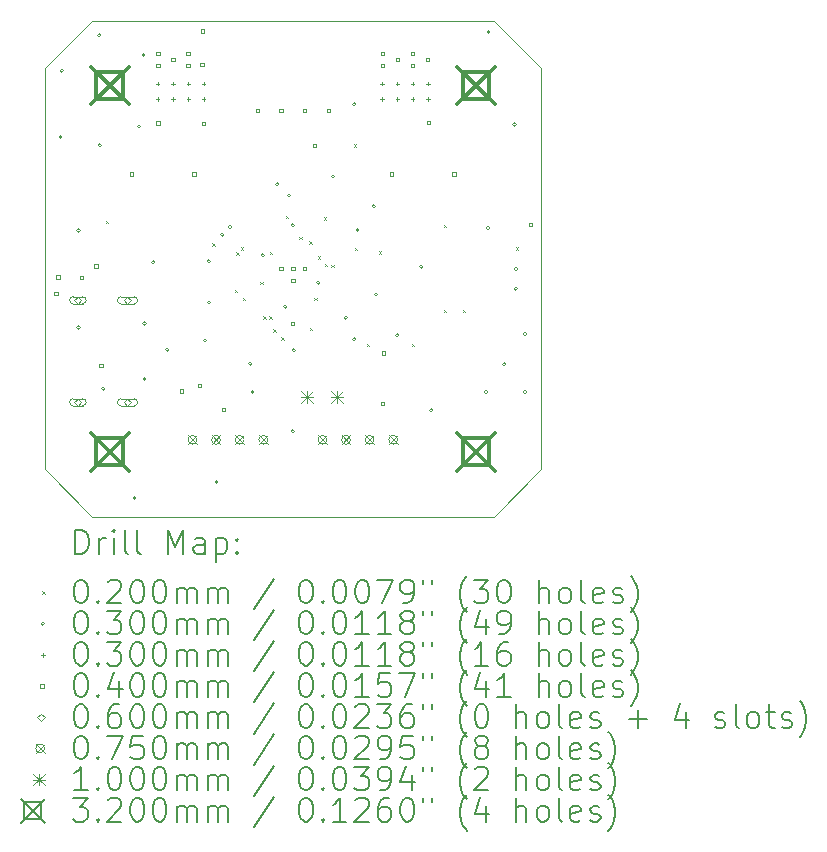
<source format=gbr>
%TF.GenerationSoftware,KiCad,Pcbnew,8.0.8*%
%TF.CreationDate,2025-02-17T00:55:58-08:00*%
%TF.ProjectId,Integrated FOC Stepper Driver,496e7465-6772-4617-9465-6420464f4320,rev?*%
%TF.SameCoordinates,Original*%
%TF.FileFunction,Drillmap*%
%TF.FilePolarity,Positive*%
%FSLAX45Y45*%
G04 Gerber Fmt 4.5, Leading zero omitted, Abs format (unit mm)*
G04 Created by KiCad (PCBNEW 8.0.8) date 2025-02-17 00:55:58*
%MOMM*%
%LPD*%
G01*
G04 APERTURE LIST*
%ADD10C,0.050000*%
%ADD11C,0.200000*%
%ADD12C,0.100000*%
%ADD13C,0.320000*%
G04 APERTURE END LIST*
D10*
X2900000Y-3300000D02*
X2900000Y-6700000D01*
X6700000Y-2900000D02*
X3300000Y-2900000D01*
X7100000Y-3300000D02*
X7100000Y-6700000D01*
X6700000Y-7100000D02*
X7100000Y-6700000D01*
X6700000Y-7100000D02*
X3300000Y-7100000D01*
X3300000Y-2900000D02*
X2900000Y-3300000D01*
X3300000Y-7100000D02*
X2900000Y-6700000D01*
X6700000Y-2900000D02*
X7100000Y-3300000D01*
D11*
D12*
X3414750Y-4597500D02*
X3434750Y-4617500D01*
X3434750Y-4597500D02*
X3414750Y-4617500D01*
X4317500Y-4785000D02*
X4337500Y-4805000D01*
X4337500Y-4785000D02*
X4317500Y-4805000D01*
X4510128Y-5182372D02*
X4530128Y-5202372D01*
X4530128Y-5182372D02*
X4510128Y-5202372D01*
X4522500Y-4862500D02*
X4542500Y-4882500D01*
X4542500Y-4862500D02*
X4522500Y-4882500D01*
X4560000Y-4820000D02*
X4580000Y-4840000D01*
X4580000Y-4820000D02*
X4560000Y-4840000D01*
X4577628Y-5249872D02*
X4597628Y-5269872D01*
X4597628Y-5249872D02*
X4577628Y-5269872D01*
X4723697Y-5114882D02*
X4743697Y-5134882D01*
X4743697Y-5114882D02*
X4723697Y-5134882D01*
X4751000Y-5405000D02*
X4771000Y-5425000D01*
X4771000Y-5405000D02*
X4751000Y-5425000D01*
X4800000Y-5405000D02*
X4820000Y-5425000D01*
X4820000Y-5405000D02*
X4800000Y-5425000D01*
X4803014Y-4860000D02*
X4823014Y-4880000D01*
X4823014Y-4860000D02*
X4803014Y-4880000D01*
X4835128Y-5514872D02*
X4855128Y-5534872D01*
X4855128Y-5514872D02*
X4835128Y-5534872D01*
X4902628Y-5582372D02*
X4922628Y-5602372D01*
X4922628Y-5582372D02*
X4902628Y-5602372D01*
X4942500Y-4555000D02*
X4962500Y-4575000D01*
X4962500Y-4555000D02*
X4942500Y-4575000D01*
X5053500Y-4732500D02*
X5073500Y-4752500D01*
X5073500Y-4732500D02*
X5053500Y-4752500D01*
X5138026Y-4770091D02*
X5158026Y-4790091D01*
X5158026Y-4770091D02*
X5138026Y-4790091D01*
X5145128Y-5499872D02*
X5165128Y-5519872D01*
X5165128Y-5499872D02*
X5145128Y-5519872D01*
X5180500Y-5247500D02*
X5200500Y-5267500D01*
X5200500Y-5247500D02*
X5180500Y-5267500D01*
X5212500Y-4897500D02*
X5232500Y-4917500D01*
X5232500Y-4897500D02*
X5212500Y-4917500D01*
X5262372Y-4565000D02*
X5282372Y-4585000D01*
X5282372Y-4565000D02*
X5262372Y-4585000D01*
X5272500Y-4960000D02*
X5292500Y-4980000D01*
X5292500Y-4960000D02*
X5272500Y-4980000D01*
X5327076Y-4966822D02*
X5347076Y-4986822D01*
X5347076Y-4966822D02*
X5327076Y-4986822D01*
X5517250Y-3947500D02*
X5537250Y-3967500D01*
X5537250Y-3947500D02*
X5517250Y-3967500D01*
X5522598Y-4825098D02*
X5542598Y-4845098D01*
X5542598Y-4825098D02*
X5522598Y-4845098D01*
X5624500Y-5637500D02*
X5644500Y-5657500D01*
X5644500Y-5637500D02*
X5624500Y-5657500D01*
X5726691Y-4854191D02*
X5746691Y-4874191D01*
X5746691Y-4854191D02*
X5726691Y-4874191D01*
X6005500Y-5637500D02*
X6025500Y-5657500D01*
X6025500Y-5637500D02*
X6005500Y-5657500D01*
X6280500Y-4630000D02*
X6300500Y-4650000D01*
X6300500Y-4630000D02*
X6280500Y-4650000D01*
X6280500Y-5350000D02*
X6300500Y-5370000D01*
X6300500Y-5350000D02*
X6280500Y-5370000D01*
X6436750Y-5350000D02*
X6456750Y-5370000D01*
X6456750Y-5350000D02*
X6436750Y-5370000D01*
X6890000Y-4820000D02*
X6910000Y-4840000D01*
X6910000Y-4820000D02*
X6890000Y-4840000D01*
X3047500Y-3885000D02*
G75*
G02*
X3017500Y-3885000I-15000J0D01*
G01*
X3017500Y-3885000D02*
G75*
G02*
X3047500Y-3885000I15000J0D01*
G01*
X3060000Y-3325000D02*
G75*
G02*
X3030000Y-3325000I-15000J0D01*
G01*
X3030000Y-3325000D02*
G75*
G02*
X3060000Y-3325000I15000J0D01*
G01*
X3200000Y-4677500D02*
G75*
G02*
X3170000Y-4677500I-15000J0D01*
G01*
X3170000Y-4677500D02*
G75*
G02*
X3200000Y-4677500I15000J0D01*
G01*
X3200000Y-5497500D02*
G75*
G02*
X3170000Y-5497500I-15000J0D01*
G01*
X3170000Y-5497500D02*
G75*
G02*
X3200000Y-5497500I15000J0D01*
G01*
X3375000Y-3025000D02*
G75*
G02*
X3345000Y-3025000I-15000J0D01*
G01*
X3345000Y-3025000D02*
G75*
G02*
X3375000Y-3025000I15000J0D01*
G01*
X3380000Y-3955000D02*
G75*
G02*
X3350000Y-3955000I-15000J0D01*
G01*
X3350000Y-3955000D02*
G75*
G02*
X3380000Y-3955000I15000J0D01*
G01*
X3410000Y-6017500D02*
G75*
G02*
X3380000Y-6017500I-15000J0D01*
G01*
X3380000Y-6017500D02*
G75*
G02*
X3410000Y-6017500I15000J0D01*
G01*
X3675000Y-6942500D02*
G75*
G02*
X3645000Y-6942500I-15000J0D01*
G01*
X3645000Y-6942500D02*
G75*
G02*
X3675000Y-6942500I15000J0D01*
G01*
X3712500Y-3797500D02*
G75*
G02*
X3682500Y-3797500I-15000J0D01*
G01*
X3682500Y-3797500D02*
G75*
G02*
X3712500Y-3797500I15000J0D01*
G01*
X3750000Y-3192500D02*
G75*
G02*
X3720000Y-3192500I-15000J0D01*
G01*
X3720000Y-3192500D02*
G75*
G02*
X3750000Y-3192500I15000J0D01*
G01*
X3759798Y-5934500D02*
G75*
G02*
X3729798Y-5934500I-15000J0D01*
G01*
X3729798Y-5934500D02*
G75*
G02*
X3759798Y-5934500I15000J0D01*
G01*
X3759798Y-5465500D02*
G75*
G02*
X3729798Y-5465500I-15000J0D01*
G01*
X3729798Y-5465500D02*
G75*
G02*
X3759798Y-5465500I15000J0D01*
G01*
X3832500Y-4947500D02*
G75*
G02*
X3802500Y-4947500I-15000J0D01*
G01*
X3802500Y-4947500D02*
G75*
G02*
X3832500Y-4947500I15000J0D01*
G01*
X3952500Y-5687500D02*
G75*
G02*
X3922500Y-5687500I-15000J0D01*
G01*
X3922500Y-5687500D02*
G75*
G02*
X3952500Y-5687500I15000J0D01*
G01*
X4272500Y-5610000D02*
G75*
G02*
X4242500Y-5610000I-15000J0D01*
G01*
X4242500Y-5610000D02*
G75*
G02*
X4272500Y-5610000I15000J0D01*
G01*
X4302500Y-4937500D02*
G75*
G02*
X4272500Y-4937500I-15000J0D01*
G01*
X4272500Y-4937500D02*
G75*
G02*
X4302500Y-4937500I15000J0D01*
G01*
X4305000Y-5287500D02*
G75*
G02*
X4275000Y-5287500I-15000J0D01*
G01*
X4275000Y-5287500D02*
G75*
G02*
X4305000Y-5287500I15000J0D01*
G01*
X4367500Y-6807500D02*
G75*
G02*
X4337500Y-6807500I-15000J0D01*
G01*
X4337500Y-6807500D02*
G75*
G02*
X4367500Y-6807500I15000J0D01*
G01*
X4417628Y-4715128D02*
G75*
G02*
X4387628Y-4715128I-15000J0D01*
G01*
X4387628Y-4715128D02*
G75*
G02*
X4417628Y-4715128I15000J0D01*
G01*
X4483378Y-4650128D02*
G75*
G02*
X4453378Y-4650128I-15000J0D01*
G01*
X4453378Y-4650128D02*
G75*
G02*
X4483378Y-4650128I15000J0D01*
G01*
X4655000Y-5807500D02*
G75*
G02*
X4625000Y-5807500I-15000J0D01*
G01*
X4625000Y-5807500D02*
G75*
G02*
X4655000Y-5807500I15000J0D01*
G01*
X4675000Y-6045000D02*
G75*
G02*
X4645000Y-6045000I-15000J0D01*
G01*
X4645000Y-6045000D02*
G75*
G02*
X4675000Y-6045000I15000J0D01*
G01*
X4760149Y-4887156D02*
G75*
G02*
X4730149Y-4887156I-15000J0D01*
G01*
X4730149Y-4887156D02*
G75*
G02*
X4760149Y-4887156I15000J0D01*
G01*
X4882886Y-4284822D02*
G75*
G02*
X4852886Y-4284822I-15000J0D01*
G01*
X4852886Y-4284822D02*
G75*
G02*
X4882886Y-4284822I15000J0D01*
G01*
X4950000Y-5322500D02*
G75*
G02*
X4920000Y-5322500I-15000J0D01*
G01*
X4920000Y-5322500D02*
G75*
G02*
X4950000Y-5322500I15000J0D01*
G01*
X4982500Y-4382500D02*
G75*
G02*
X4952500Y-4382500I-15000J0D01*
G01*
X4952500Y-4382500D02*
G75*
G02*
X4982500Y-4382500I15000J0D01*
G01*
X5013088Y-4634217D02*
G75*
G02*
X4983088Y-4634217I-15000J0D01*
G01*
X4983088Y-4634217D02*
G75*
G02*
X5013088Y-4634217I15000J0D01*
G01*
X5015000Y-6377500D02*
G75*
G02*
X4985000Y-6377500I-15000J0D01*
G01*
X4985000Y-6377500D02*
G75*
G02*
X5015000Y-6377500I15000J0D01*
G01*
X5022500Y-5692500D02*
G75*
G02*
X4992500Y-5692500I-15000J0D01*
G01*
X4992500Y-5692500D02*
G75*
G02*
X5022500Y-5692500I15000J0D01*
G01*
X5230753Y-5120776D02*
G75*
G02*
X5200753Y-5120776I-15000J0D01*
G01*
X5200753Y-5120776D02*
G75*
G02*
X5230753Y-5120776I15000J0D01*
G01*
X5355000Y-4220000D02*
G75*
G02*
X5325000Y-4220000I-15000J0D01*
G01*
X5325000Y-4220000D02*
G75*
G02*
X5355000Y-4220000I15000J0D01*
G01*
X5462628Y-5417628D02*
G75*
G02*
X5432628Y-5417628I-15000J0D01*
G01*
X5432628Y-5417628D02*
G75*
G02*
X5462628Y-5417628I15000J0D01*
G01*
X5535000Y-3607500D02*
G75*
G02*
X5505000Y-3607500I-15000J0D01*
G01*
X5505000Y-3607500D02*
G75*
G02*
X5535000Y-3607500I15000J0D01*
G01*
X5535000Y-5597500D02*
G75*
G02*
X5505000Y-5597500I-15000J0D01*
G01*
X5505000Y-5597500D02*
G75*
G02*
X5535000Y-5597500I15000J0D01*
G01*
X5562500Y-4675000D02*
G75*
G02*
X5532500Y-4675000I-15000J0D01*
G01*
X5532500Y-4675000D02*
G75*
G02*
X5562500Y-4675000I15000J0D01*
G01*
X5700000Y-4472500D02*
G75*
G02*
X5670000Y-4472500I-15000J0D01*
G01*
X5670000Y-4472500D02*
G75*
G02*
X5700000Y-4472500I15000J0D01*
G01*
X5717500Y-5220000D02*
G75*
G02*
X5687500Y-5220000I-15000J0D01*
G01*
X5687500Y-5220000D02*
G75*
G02*
X5717500Y-5220000I15000J0D01*
G01*
X5900000Y-5565000D02*
G75*
G02*
X5870000Y-5565000I-15000J0D01*
G01*
X5870000Y-5565000D02*
G75*
G02*
X5900000Y-5565000I15000J0D01*
G01*
X6102500Y-4985000D02*
G75*
G02*
X6072500Y-4985000I-15000J0D01*
G01*
X6072500Y-4985000D02*
G75*
G02*
X6102500Y-4985000I15000J0D01*
G01*
X6187500Y-6200000D02*
G75*
G02*
X6157500Y-6200000I-15000J0D01*
G01*
X6157500Y-6200000D02*
G75*
G02*
X6187500Y-6200000I15000J0D01*
G01*
X6650000Y-6045000D02*
G75*
G02*
X6620000Y-6045000I-15000J0D01*
G01*
X6620000Y-6045000D02*
G75*
G02*
X6650000Y-6045000I15000J0D01*
G01*
X6667500Y-4657500D02*
G75*
G02*
X6637500Y-4657500I-15000J0D01*
G01*
X6637500Y-4657500D02*
G75*
G02*
X6667500Y-4657500I15000J0D01*
G01*
X6670000Y-2997500D02*
G75*
G02*
X6640000Y-2997500I-15000J0D01*
G01*
X6640000Y-2997500D02*
G75*
G02*
X6670000Y-2997500I15000J0D01*
G01*
X6805000Y-5810000D02*
G75*
G02*
X6775000Y-5810000I-15000J0D01*
G01*
X6775000Y-5810000D02*
G75*
G02*
X6805000Y-5810000I15000J0D01*
G01*
X6892500Y-3780000D02*
G75*
G02*
X6862500Y-3780000I-15000J0D01*
G01*
X6862500Y-3780000D02*
G75*
G02*
X6892500Y-3780000I15000J0D01*
G01*
X6902500Y-5170000D02*
G75*
G02*
X6872500Y-5170000I-15000J0D01*
G01*
X6872500Y-5170000D02*
G75*
G02*
X6902500Y-5170000I15000J0D01*
G01*
X6905000Y-5002500D02*
G75*
G02*
X6875000Y-5002500I-15000J0D01*
G01*
X6875000Y-5002500D02*
G75*
G02*
X6905000Y-5002500I15000J0D01*
G01*
X6980000Y-5555000D02*
G75*
G02*
X6950000Y-5555000I-15000J0D01*
G01*
X6950000Y-5555000D02*
G75*
G02*
X6980000Y-5555000I15000J0D01*
G01*
X6980000Y-6045000D02*
G75*
G02*
X6950000Y-6045000I-15000J0D01*
G01*
X6950000Y-6045000D02*
G75*
G02*
X6980000Y-6045000I15000J0D01*
G01*
X3855000Y-3420000D02*
X3855000Y-3450000D01*
X3840000Y-3435000D02*
X3870000Y-3435000D01*
X3855000Y-3550000D02*
X3855000Y-3580000D01*
X3840000Y-3565000D02*
X3870000Y-3565000D01*
X3985000Y-3420000D02*
X3985000Y-3450000D01*
X3970000Y-3435000D02*
X4000000Y-3435000D01*
X3985000Y-3550000D02*
X3985000Y-3580000D01*
X3970000Y-3565000D02*
X4000000Y-3565000D01*
X4115000Y-3420000D02*
X4115000Y-3450000D01*
X4100000Y-3435000D02*
X4130000Y-3435000D01*
X4115000Y-3550000D02*
X4115000Y-3580000D01*
X4100000Y-3565000D02*
X4130000Y-3565000D01*
X4245000Y-3420000D02*
X4245000Y-3450000D01*
X4230000Y-3435000D02*
X4260000Y-3435000D01*
X4245000Y-3550000D02*
X4245000Y-3580000D01*
X4230000Y-3565000D02*
X4260000Y-3565000D01*
X5755000Y-3420000D02*
X5755000Y-3450000D01*
X5740000Y-3435000D02*
X5770000Y-3435000D01*
X5755000Y-3550000D02*
X5755000Y-3580000D01*
X5740000Y-3565000D02*
X5770000Y-3565000D01*
X5885000Y-3420000D02*
X5885000Y-3450000D01*
X5870000Y-3435000D02*
X5900000Y-3435000D01*
X5885000Y-3550000D02*
X5885000Y-3580000D01*
X5870000Y-3565000D02*
X5900000Y-3565000D01*
X6015000Y-3420000D02*
X6015000Y-3450000D01*
X6000000Y-3435000D02*
X6030000Y-3435000D01*
X6015000Y-3550000D02*
X6015000Y-3580000D01*
X6000000Y-3565000D02*
X6030000Y-3565000D01*
X6145000Y-3420000D02*
X6145000Y-3450000D01*
X6130000Y-3435000D02*
X6160000Y-3435000D01*
X6145000Y-3550000D02*
X6145000Y-3580000D01*
X6130000Y-3565000D02*
X6160000Y-3565000D01*
X3009142Y-5224142D02*
X3009142Y-5195858D01*
X2980858Y-5195858D01*
X2980858Y-5224142D01*
X3009142Y-5224142D01*
X3025392Y-5085392D02*
X3025392Y-5057108D01*
X2997108Y-5057108D01*
X2997108Y-5085392D01*
X3025392Y-5085392D01*
X3224142Y-5091642D02*
X3224142Y-5063358D01*
X3195858Y-5063358D01*
X3195858Y-5091642D01*
X3224142Y-5091642D01*
X3346642Y-4991642D02*
X3346642Y-4963358D01*
X3318358Y-4963358D01*
X3318358Y-4991642D01*
X3346642Y-4991642D01*
X3389142Y-5834142D02*
X3389142Y-5805858D01*
X3360858Y-5805858D01*
X3360858Y-5834142D01*
X3389142Y-5834142D01*
X3650392Y-4214142D02*
X3650392Y-4185858D01*
X3622108Y-4185858D01*
X3622108Y-4214142D01*
X3650392Y-4214142D01*
X3871642Y-3781642D02*
X3871642Y-3753358D01*
X3843358Y-3753358D01*
X3843358Y-3781642D01*
X3871642Y-3781642D01*
X3873642Y-3194142D02*
X3873642Y-3165858D01*
X3845358Y-3165858D01*
X3845358Y-3194142D01*
X3873642Y-3194142D01*
X3873642Y-3294142D02*
X3873642Y-3265858D01*
X3845358Y-3265858D01*
X3845358Y-3294142D01*
X3873642Y-3294142D01*
X4000642Y-3244142D02*
X4000642Y-3215858D01*
X3972358Y-3215858D01*
X3972358Y-3244142D01*
X4000642Y-3244142D01*
X4069142Y-6051471D02*
X4069142Y-6023187D01*
X4040858Y-6023187D01*
X4040858Y-6051471D01*
X4069142Y-6051471D01*
X4127642Y-3194142D02*
X4127642Y-3165858D01*
X4099358Y-3165858D01*
X4099358Y-3194142D01*
X4127642Y-3194142D01*
X4127642Y-3294142D02*
X4127642Y-3265858D01*
X4099358Y-3265858D01*
X4099358Y-3294142D01*
X4127642Y-3294142D01*
X4177892Y-4214142D02*
X4177892Y-4185858D01*
X4149608Y-4185858D01*
X4149608Y-4214142D01*
X4177892Y-4214142D01*
X4224142Y-6006642D02*
X4224142Y-5978358D01*
X4195858Y-5978358D01*
X4195858Y-6006642D01*
X4224142Y-6006642D01*
X4245130Y-3289142D02*
X4245130Y-3260858D01*
X4216846Y-3260858D01*
X4216846Y-3289142D01*
X4245130Y-3289142D01*
X4250392Y-3004142D02*
X4250392Y-2975858D01*
X4222108Y-2975858D01*
X4222108Y-3004142D01*
X4250392Y-3004142D01*
X4259142Y-3786642D02*
X4259142Y-3758358D01*
X4230858Y-3758358D01*
X4230858Y-3786642D01*
X4259142Y-3786642D01*
X4426642Y-6206642D02*
X4426642Y-6178358D01*
X4398358Y-6178358D01*
X4398358Y-6206642D01*
X4426642Y-6206642D01*
X4714142Y-3674142D02*
X4714142Y-3645858D01*
X4685858Y-3645858D01*
X4685858Y-3674142D01*
X4714142Y-3674142D01*
X4914142Y-3674142D02*
X4914142Y-3645858D01*
X4885858Y-3645858D01*
X4885858Y-3674142D01*
X4914142Y-3674142D01*
X4914142Y-5014142D02*
X4914142Y-4985858D01*
X4885858Y-4985858D01*
X4885858Y-5014142D01*
X4914142Y-5014142D01*
X5009142Y-5481642D02*
X5009142Y-5453358D01*
X4980858Y-5453358D01*
X4980858Y-5481642D01*
X5009142Y-5481642D01*
X5014142Y-5014142D02*
X5014142Y-4985858D01*
X4985858Y-4985858D01*
X4985858Y-5014142D01*
X5014142Y-5014142D01*
X5014142Y-5114142D02*
X5014142Y-5085858D01*
X4985858Y-5085858D01*
X4985858Y-5114142D01*
X5014142Y-5114142D01*
X5114142Y-3674142D02*
X5114142Y-3645858D01*
X5085858Y-3645858D01*
X5085858Y-3674142D01*
X5114142Y-3674142D01*
X5114142Y-5014142D02*
X5114142Y-4985858D01*
X5085858Y-4985858D01*
X5085858Y-5014142D01*
X5114142Y-5014142D01*
X5196892Y-3971642D02*
X5196892Y-3943358D01*
X5168608Y-3943358D01*
X5168608Y-3971642D01*
X5196892Y-3971642D01*
X5314142Y-3674142D02*
X5314142Y-3645858D01*
X5285858Y-3645858D01*
X5285858Y-3674142D01*
X5314142Y-3674142D01*
X5773642Y-3194142D02*
X5773642Y-3165858D01*
X5745358Y-3165858D01*
X5745358Y-3194142D01*
X5773642Y-3194142D01*
X5773642Y-3294142D02*
X5773642Y-3265858D01*
X5745358Y-3265858D01*
X5745358Y-3294142D01*
X5773642Y-3294142D01*
X5775642Y-6156642D02*
X5775642Y-6128358D01*
X5747358Y-6128358D01*
X5747358Y-6156642D01*
X5775642Y-6156642D01*
X5779142Y-5729142D02*
X5779142Y-5700858D01*
X5750858Y-5700858D01*
X5750858Y-5729142D01*
X5779142Y-5729142D01*
X5850392Y-4214142D02*
X5850392Y-4185858D01*
X5822108Y-4185858D01*
X5822108Y-4214142D01*
X5850392Y-4214142D01*
X5900642Y-3244142D02*
X5900642Y-3215858D01*
X5872358Y-3215858D01*
X5872358Y-3244142D01*
X5900642Y-3244142D01*
X6027642Y-3194142D02*
X6027642Y-3165858D01*
X5999358Y-3165858D01*
X5999358Y-3194142D01*
X6027642Y-3194142D01*
X6027642Y-3294142D02*
X6027642Y-3265858D01*
X5999358Y-3265858D01*
X5999358Y-3294142D01*
X6027642Y-3294142D01*
X6154642Y-3244142D02*
X6154642Y-3215858D01*
X6126358Y-3215858D01*
X6126358Y-3244142D01*
X6154642Y-3244142D01*
X6161642Y-3779142D02*
X6161642Y-3750858D01*
X6133358Y-3750858D01*
X6133358Y-3779142D01*
X6161642Y-3779142D01*
X6377892Y-4214142D02*
X6377892Y-4185858D01*
X6349608Y-4185858D01*
X6349608Y-4214142D01*
X6377892Y-4214142D01*
X7024142Y-4641642D02*
X7024142Y-4613358D01*
X6995858Y-4613358D01*
X6995858Y-4641642D01*
X7024142Y-4641642D01*
X3180000Y-5298000D02*
X3210000Y-5268000D01*
X3180000Y-5238000D01*
X3150000Y-5268000D01*
X3180000Y-5298000D01*
X3220000Y-5238000D02*
X3140000Y-5238000D01*
X3140000Y-5298000D02*
G75*
G02*
X3140000Y-5238000I0J30000D01*
G01*
X3140000Y-5298000D02*
X3220000Y-5298000D01*
X3220000Y-5298000D02*
G75*
G03*
X3220000Y-5238000I0J30000D01*
G01*
X3180000Y-6162000D02*
X3210000Y-6132000D01*
X3180000Y-6102000D01*
X3150000Y-6132000D01*
X3180000Y-6162000D01*
X3220000Y-6102000D02*
X3140000Y-6102000D01*
X3140000Y-6162000D02*
G75*
G02*
X3140000Y-6102000I0J30000D01*
G01*
X3140000Y-6162000D02*
X3220000Y-6162000D01*
X3220000Y-6162000D02*
G75*
G03*
X3220000Y-6102000I0J30000D01*
G01*
X3600000Y-5298000D02*
X3630000Y-5268000D01*
X3600000Y-5238000D01*
X3570000Y-5268000D01*
X3600000Y-5298000D01*
X3655000Y-5238000D02*
X3545000Y-5238000D01*
X3545000Y-5298000D02*
G75*
G02*
X3545000Y-5238000I0J30000D01*
G01*
X3545000Y-5298000D02*
X3655000Y-5298000D01*
X3655000Y-5298000D02*
G75*
G03*
X3655000Y-5238000I0J30000D01*
G01*
X3600000Y-6162000D02*
X3630000Y-6132000D01*
X3600000Y-6102000D01*
X3570000Y-6132000D01*
X3600000Y-6162000D01*
X3655000Y-6102000D02*
X3545000Y-6102000D01*
X3545000Y-6162000D02*
G75*
G02*
X3545000Y-6102000I0J30000D01*
G01*
X3545000Y-6162000D02*
X3655000Y-6162000D01*
X3655000Y-6162000D02*
G75*
G03*
X3655000Y-6102000I0J30000D01*
G01*
X4112500Y-6412500D02*
X4187500Y-6487500D01*
X4187500Y-6412500D02*
X4112500Y-6487500D01*
X4187500Y-6450000D02*
G75*
G02*
X4112500Y-6450000I-37500J0D01*
G01*
X4112500Y-6450000D02*
G75*
G02*
X4187500Y-6450000I37500J0D01*
G01*
X4312500Y-6412500D02*
X4387500Y-6487500D01*
X4387500Y-6412500D02*
X4312500Y-6487500D01*
X4387500Y-6450000D02*
G75*
G02*
X4312500Y-6450000I-37500J0D01*
G01*
X4312500Y-6450000D02*
G75*
G02*
X4387500Y-6450000I37500J0D01*
G01*
X4512500Y-6412500D02*
X4587500Y-6487500D01*
X4587500Y-6412500D02*
X4512500Y-6487500D01*
X4587500Y-6450000D02*
G75*
G02*
X4512500Y-6450000I-37500J0D01*
G01*
X4512500Y-6450000D02*
G75*
G02*
X4587500Y-6450000I37500J0D01*
G01*
X4712500Y-6412500D02*
X4787500Y-6487500D01*
X4787500Y-6412500D02*
X4712500Y-6487500D01*
X4787500Y-6450000D02*
G75*
G02*
X4712500Y-6450000I-37500J0D01*
G01*
X4712500Y-6450000D02*
G75*
G02*
X4787500Y-6450000I37500J0D01*
G01*
X5212500Y-6412500D02*
X5287500Y-6487500D01*
X5287500Y-6412500D02*
X5212500Y-6487500D01*
X5287500Y-6450000D02*
G75*
G02*
X5212500Y-6450000I-37500J0D01*
G01*
X5212500Y-6450000D02*
G75*
G02*
X5287500Y-6450000I37500J0D01*
G01*
X5412500Y-6412500D02*
X5487500Y-6487500D01*
X5487500Y-6412500D02*
X5412500Y-6487500D01*
X5487500Y-6450000D02*
G75*
G02*
X5412500Y-6450000I-37500J0D01*
G01*
X5412500Y-6450000D02*
G75*
G02*
X5487500Y-6450000I37500J0D01*
G01*
X5612500Y-6412500D02*
X5687500Y-6487500D01*
X5687500Y-6412500D02*
X5612500Y-6487500D01*
X5687500Y-6450000D02*
G75*
G02*
X5612500Y-6450000I-37500J0D01*
G01*
X5612500Y-6450000D02*
G75*
G02*
X5687500Y-6450000I37500J0D01*
G01*
X5812500Y-6412500D02*
X5887500Y-6487500D01*
X5887500Y-6412500D02*
X5812500Y-6487500D01*
X5887500Y-6450000D02*
G75*
G02*
X5812500Y-6450000I-37500J0D01*
G01*
X5812500Y-6450000D02*
G75*
G02*
X5887500Y-6450000I37500J0D01*
G01*
X5070000Y-6035000D02*
X5170000Y-6135000D01*
X5170000Y-6035000D02*
X5070000Y-6135000D01*
X5120000Y-6035000D02*
X5120000Y-6135000D01*
X5070000Y-6085000D02*
X5170000Y-6085000D01*
X5324000Y-6035000D02*
X5424000Y-6135000D01*
X5424000Y-6035000D02*
X5324000Y-6135000D01*
X5374000Y-6035000D02*
X5374000Y-6135000D01*
X5324000Y-6085000D02*
X5424000Y-6085000D01*
D13*
X3290000Y-3290000D02*
X3610000Y-3610000D01*
X3610000Y-3290000D02*
X3290000Y-3610000D01*
X3563138Y-3563138D02*
X3563138Y-3336862D01*
X3336862Y-3336862D01*
X3336862Y-3563138D01*
X3563138Y-3563138D01*
X3290000Y-6390000D02*
X3610000Y-6710000D01*
X3610000Y-6390000D02*
X3290000Y-6710000D01*
X3563138Y-6663138D02*
X3563138Y-6436862D01*
X3336862Y-6436862D01*
X3336862Y-6663138D01*
X3563138Y-6663138D01*
X6390000Y-3290000D02*
X6710000Y-3610000D01*
X6710000Y-3290000D02*
X6390000Y-3610000D01*
X6663138Y-3563138D02*
X6663138Y-3336862D01*
X6436862Y-3336862D01*
X6436862Y-3563138D01*
X6663138Y-3563138D01*
X6390000Y-6390000D02*
X6710000Y-6710000D01*
X6710000Y-6390000D02*
X6390000Y-6710000D01*
X6663138Y-6663138D02*
X6663138Y-6436862D01*
X6436862Y-6436862D01*
X6436862Y-6663138D01*
X6663138Y-6663138D01*
D11*
X3158277Y-7413984D02*
X3158277Y-7213984D01*
X3158277Y-7213984D02*
X3205896Y-7213984D01*
X3205896Y-7213984D02*
X3234467Y-7223508D01*
X3234467Y-7223508D02*
X3253515Y-7242555D01*
X3253515Y-7242555D02*
X3263039Y-7261603D01*
X3263039Y-7261603D02*
X3272562Y-7299698D01*
X3272562Y-7299698D02*
X3272562Y-7328269D01*
X3272562Y-7328269D02*
X3263039Y-7366365D01*
X3263039Y-7366365D02*
X3253515Y-7385412D01*
X3253515Y-7385412D02*
X3234467Y-7404460D01*
X3234467Y-7404460D02*
X3205896Y-7413984D01*
X3205896Y-7413984D02*
X3158277Y-7413984D01*
X3358277Y-7413984D02*
X3358277Y-7280650D01*
X3358277Y-7318746D02*
X3367801Y-7299698D01*
X3367801Y-7299698D02*
X3377324Y-7290174D01*
X3377324Y-7290174D02*
X3396372Y-7280650D01*
X3396372Y-7280650D02*
X3415420Y-7280650D01*
X3482086Y-7413984D02*
X3482086Y-7280650D01*
X3482086Y-7213984D02*
X3472562Y-7223508D01*
X3472562Y-7223508D02*
X3482086Y-7233031D01*
X3482086Y-7233031D02*
X3491610Y-7223508D01*
X3491610Y-7223508D02*
X3482086Y-7213984D01*
X3482086Y-7213984D02*
X3482086Y-7233031D01*
X3605896Y-7413984D02*
X3586848Y-7404460D01*
X3586848Y-7404460D02*
X3577324Y-7385412D01*
X3577324Y-7385412D02*
X3577324Y-7213984D01*
X3710658Y-7413984D02*
X3691610Y-7404460D01*
X3691610Y-7404460D02*
X3682086Y-7385412D01*
X3682086Y-7385412D02*
X3682086Y-7213984D01*
X3939229Y-7413984D02*
X3939229Y-7213984D01*
X3939229Y-7213984D02*
X4005896Y-7356841D01*
X4005896Y-7356841D02*
X4072562Y-7213984D01*
X4072562Y-7213984D02*
X4072562Y-7413984D01*
X4253515Y-7413984D02*
X4253515Y-7309222D01*
X4253515Y-7309222D02*
X4243991Y-7290174D01*
X4243991Y-7290174D02*
X4224944Y-7280650D01*
X4224944Y-7280650D02*
X4186848Y-7280650D01*
X4186848Y-7280650D02*
X4167801Y-7290174D01*
X4253515Y-7404460D02*
X4234467Y-7413984D01*
X4234467Y-7413984D02*
X4186848Y-7413984D01*
X4186848Y-7413984D02*
X4167801Y-7404460D01*
X4167801Y-7404460D02*
X4158277Y-7385412D01*
X4158277Y-7385412D02*
X4158277Y-7366365D01*
X4158277Y-7366365D02*
X4167801Y-7347317D01*
X4167801Y-7347317D02*
X4186848Y-7337793D01*
X4186848Y-7337793D02*
X4234467Y-7337793D01*
X4234467Y-7337793D02*
X4253515Y-7328269D01*
X4348753Y-7280650D02*
X4348753Y-7480650D01*
X4348753Y-7290174D02*
X4367801Y-7280650D01*
X4367801Y-7280650D02*
X4405896Y-7280650D01*
X4405896Y-7280650D02*
X4424944Y-7290174D01*
X4424944Y-7290174D02*
X4434467Y-7299698D01*
X4434467Y-7299698D02*
X4443991Y-7318746D01*
X4443991Y-7318746D02*
X4443991Y-7375888D01*
X4443991Y-7375888D02*
X4434467Y-7394936D01*
X4434467Y-7394936D02*
X4424944Y-7404460D01*
X4424944Y-7404460D02*
X4405896Y-7413984D01*
X4405896Y-7413984D02*
X4367801Y-7413984D01*
X4367801Y-7413984D02*
X4348753Y-7404460D01*
X4529705Y-7394936D02*
X4539229Y-7404460D01*
X4539229Y-7404460D02*
X4529705Y-7413984D01*
X4529705Y-7413984D02*
X4520182Y-7404460D01*
X4520182Y-7404460D02*
X4529705Y-7394936D01*
X4529705Y-7394936D02*
X4529705Y-7413984D01*
X4529705Y-7290174D02*
X4539229Y-7299698D01*
X4539229Y-7299698D02*
X4529705Y-7309222D01*
X4529705Y-7309222D02*
X4520182Y-7299698D01*
X4520182Y-7299698D02*
X4529705Y-7290174D01*
X4529705Y-7290174D02*
X4529705Y-7309222D01*
D12*
X2877500Y-7732500D02*
X2897500Y-7752500D01*
X2897500Y-7732500D02*
X2877500Y-7752500D01*
D11*
X3196372Y-7633984D02*
X3215420Y-7633984D01*
X3215420Y-7633984D02*
X3234467Y-7643508D01*
X3234467Y-7643508D02*
X3243991Y-7653031D01*
X3243991Y-7653031D02*
X3253515Y-7672079D01*
X3253515Y-7672079D02*
X3263039Y-7710174D01*
X3263039Y-7710174D02*
X3263039Y-7757793D01*
X3263039Y-7757793D02*
X3253515Y-7795888D01*
X3253515Y-7795888D02*
X3243991Y-7814936D01*
X3243991Y-7814936D02*
X3234467Y-7824460D01*
X3234467Y-7824460D02*
X3215420Y-7833984D01*
X3215420Y-7833984D02*
X3196372Y-7833984D01*
X3196372Y-7833984D02*
X3177324Y-7824460D01*
X3177324Y-7824460D02*
X3167801Y-7814936D01*
X3167801Y-7814936D02*
X3158277Y-7795888D01*
X3158277Y-7795888D02*
X3148753Y-7757793D01*
X3148753Y-7757793D02*
X3148753Y-7710174D01*
X3148753Y-7710174D02*
X3158277Y-7672079D01*
X3158277Y-7672079D02*
X3167801Y-7653031D01*
X3167801Y-7653031D02*
X3177324Y-7643508D01*
X3177324Y-7643508D02*
X3196372Y-7633984D01*
X3348753Y-7814936D02*
X3358277Y-7824460D01*
X3358277Y-7824460D02*
X3348753Y-7833984D01*
X3348753Y-7833984D02*
X3339229Y-7824460D01*
X3339229Y-7824460D02*
X3348753Y-7814936D01*
X3348753Y-7814936D02*
X3348753Y-7833984D01*
X3434467Y-7653031D02*
X3443991Y-7643508D01*
X3443991Y-7643508D02*
X3463039Y-7633984D01*
X3463039Y-7633984D02*
X3510658Y-7633984D01*
X3510658Y-7633984D02*
X3529705Y-7643508D01*
X3529705Y-7643508D02*
X3539229Y-7653031D01*
X3539229Y-7653031D02*
X3548753Y-7672079D01*
X3548753Y-7672079D02*
X3548753Y-7691127D01*
X3548753Y-7691127D02*
X3539229Y-7719698D01*
X3539229Y-7719698D02*
X3424943Y-7833984D01*
X3424943Y-7833984D02*
X3548753Y-7833984D01*
X3672562Y-7633984D02*
X3691610Y-7633984D01*
X3691610Y-7633984D02*
X3710658Y-7643508D01*
X3710658Y-7643508D02*
X3720182Y-7653031D01*
X3720182Y-7653031D02*
X3729705Y-7672079D01*
X3729705Y-7672079D02*
X3739229Y-7710174D01*
X3739229Y-7710174D02*
X3739229Y-7757793D01*
X3739229Y-7757793D02*
X3729705Y-7795888D01*
X3729705Y-7795888D02*
X3720182Y-7814936D01*
X3720182Y-7814936D02*
X3710658Y-7824460D01*
X3710658Y-7824460D02*
X3691610Y-7833984D01*
X3691610Y-7833984D02*
X3672562Y-7833984D01*
X3672562Y-7833984D02*
X3653515Y-7824460D01*
X3653515Y-7824460D02*
X3643991Y-7814936D01*
X3643991Y-7814936D02*
X3634467Y-7795888D01*
X3634467Y-7795888D02*
X3624943Y-7757793D01*
X3624943Y-7757793D02*
X3624943Y-7710174D01*
X3624943Y-7710174D02*
X3634467Y-7672079D01*
X3634467Y-7672079D02*
X3643991Y-7653031D01*
X3643991Y-7653031D02*
X3653515Y-7643508D01*
X3653515Y-7643508D02*
X3672562Y-7633984D01*
X3863039Y-7633984D02*
X3882086Y-7633984D01*
X3882086Y-7633984D02*
X3901134Y-7643508D01*
X3901134Y-7643508D02*
X3910658Y-7653031D01*
X3910658Y-7653031D02*
X3920182Y-7672079D01*
X3920182Y-7672079D02*
X3929705Y-7710174D01*
X3929705Y-7710174D02*
X3929705Y-7757793D01*
X3929705Y-7757793D02*
X3920182Y-7795888D01*
X3920182Y-7795888D02*
X3910658Y-7814936D01*
X3910658Y-7814936D02*
X3901134Y-7824460D01*
X3901134Y-7824460D02*
X3882086Y-7833984D01*
X3882086Y-7833984D02*
X3863039Y-7833984D01*
X3863039Y-7833984D02*
X3843991Y-7824460D01*
X3843991Y-7824460D02*
X3834467Y-7814936D01*
X3834467Y-7814936D02*
X3824943Y-7795888D01*
X3824943Y-7795888D02*
X3815420Y-7757793D01*
X3815420Y-7757793D02*
X3815420Y-7710174D01*
X3815420Y-7710174D02*
X3824943Y-7672079D01*
X3824943Y-7672079D02*
X3834467Y-7653031D01*
X3834467Y-7653031D02*
X3843991Y-7643508D01*
X3843991Y-7643508D02*
X3863039Y-7633984D01*
X4015420Y-7833984D02*
X4015420Y-7700650D01*
X4015420Y-7719698D02*
X4024943Y-7710174D01*
X4024943Y-7710174D02*
X4043991Y-7700650D01*
X4043991Y-7700650D02*
X4072563Y-7700650D01*
X4072563Y-7700650D02*
X4091610Y-7710174D01*
X4091610Y-7710174D02*
X4101134Y-7729222D01*
X4101134Y-7729222D02*
X4101134Y-7833984D01*
X4101134Y-7729222D02*
X4110658Y-7710174D01*
X4110658Y-7710174D02*
X4129705Y-7700650D01*
X4129705Y-7700650D02*
X4158277Y-7700650D01*
X4158277Y-7700650D02*
X4177324Y-7710174D01*
X4177324Y-7710174D02*
X4186848Y-7729222D01*
X4186848Y-7729222D02*
X4186848Y-7833984D01*
X4282086Y-7833984D02*
X4282086Y-7700650D01*
X4282086Y-7719698D02*
X4291610Y-7710174D01*
X4291610Y-7710174D02*
X4310658Y-7700650D01*
X4310658Y-7700650D02*
X4339229Y-7700650D01*
X4339229Y-7700650D02*
X4358277Y-7710174D01*
X4358277Y-7710174D02*
X4367801Y-7729222D01*
X4367801Y-7729222D02*
X4367801Y-7833984D01*
X4367801Y-7729222D02*
X4377325Y-7710174D01*
X4377325Y-7710174D02*
X4396372Y-7700650D01*
X4396372Y-7700650D02*
X4424944Y-7700650D01*
X4424944Y-7700650D02*
X4443991Y-7710174D01*
X4443991Y-7710174D02*
X4453515Y-7729222D01*
X4453515Y-7729222D02*
X4453515Y-7833984D01*
X4843991Y-7624460D02*
X4672563Y-7881603D01*
X5101134Y-7633984D02*
X5120182Y-7633984D01*
X5120182Y-7633984D02*
X5139229Y-7643508D01*
X5139229Y-7643508D02*
X5148753Y-7653031D01*
X5148753Y-7653031D02*
X5158277Y-7672079D01*
X5158277Y-7672079D02*
X5167801Y-7710174D01*
X5167801Y-7710174D02*
X5167801Y-7757793D01*
X5167801Y-7757793D02*
X5158277Y-7795888D01*
X5158277Y-7795888D02*
X5148753Y-7814936D01*
X5148753Y-7814936D02*
X5139229Y-7824460D01*
X5139229Y-7824460D02*
X5120182Y-7833984D01*
X5120182Y-7833984D02*
X5101134Y-7833984D01*
X5101134Y-7833984D02*
X5082087Y-7824460D01*
X5082087Y-7824460D02*
X5072563Y-7814936D01*
X5072563Y-7814936D02*
X5063039Y-7795888D01*
X5063039Y-7795888D02*
X5053515Y-7757793D01*
X5053515Y-7757793D02*
X5053515Y-7710174D01*
X5053515Y-7710174D02*
X5063039Y-7672079D01*
X5063039Y-7672079D02*
X5072563Y-7653031D01*
X5072563Y-7653031D02*
X5082087Y-7643508D01*
X5082087Y-7643508D02*
X5101134Y-7633984D01*
X5253515Y-7814936D02*
X5263039Y-7824460D01*
X5263039Y-7824460D02*
X5253515Y-7833984D01*
X5253515Y-7833984D02*
X5243991Y-7824460D01*
X5243991Y-7824460D02*
X5253515Y-7814936D01*
X5253515Y-7814936D02*
X5253515Y-7833984D01*
X5386848Y-7633984D02*
X5405896Y-7633984D01*
X5405896Y-7633984D02*
X5424944Y-7643508D01*
X5424944Y-7643508D02*
X5434468Y-7653031D01*
X5434468Y-7653031D02*
X5443991Y-7672079D01*
X5443991Y-7672079D02*
X5453515Y-7710174D01*
X5453515Y-7710174D02*
X5453515Y-7757793D01*
X5453515Y-7757793D02*
X5443991Y-7795888D01*
X5443991Y-7795888D02*
X5434468Y-7814936D01*
X5434468Y-7814936D02*
X5424944Y-7824460D01*
X5424944Y-7824460D02*
X5405896Y-7833984D01*
X5405896Y-7833984D02*
X5386848Y-7833984D01*
X5386848Y-7833984D02*
X5367801Y-7824460D01*
X5367801Y-7824460D02*
X5358277Y-7814936D01*
X5358277Y-7814936D02*
X5348753Y-7795888D01*
X5348753Y-7795888D02*
X5339229Y-7757793D01*
X5339229Y-7757793D02*
X5339229Y-7710174D01*
X5339229Y-7710174D02*
X5348753Y-7672079D01*
X5348753Y-7672079D02*
X5358277Y-7653031D01*
X5358277Y-7653031D02*
X5367801Y-7643508D01*
X5367801Y-7643508D02*
X5386848Y-7633984D01*
X5577325Y-7633984D02*
X5596372Y-7633984D01*
X5596372Y-7633984D02*
X5615420Y-7643508D01*
X5615420Y-7643508D02*
X5624944Y-7653031D01*
X5624944Y-7653031D02*
X5634467Y-7672079D01*
X5634467Y-7672079D02*
X5643991Y-7710174D01*
X5643991Y-7710174D02*
X5643991Y-7757793D01*
X5643991Y-7757793D02*
X5634467Y-7795888D01*
X5634467Y-7795888D02*
X5624944Y-7814936D01*
X5624944Y-7814936D02*
X5615420Y-7824460D01*
X5615420Y-7824460D02*
X5596372Y-7833984D01*
X5596372Y-7833984D02*
X5577325Y-7833984D01*
X5577325Y-7833984D02*
X5558277Y-7824460D01*
X5558277Y-7824460D02*
X5548753Y-7814936D01*
X5548753Y-7814936D02*
X5539229Y-7795888D01*
X5539229Y-7795888D02*
X5529706Y-7757793D01*
X5529706Y-7757793D02*
X5529706Y-7710174D01*
X5529706Y-7710174D02*
X5539229Y-7672079D01*
X5539229Y-7672079D02*
X5548753Y-7653031D01*
X5548753Y-7653031D02*
X5558277Y-7643508D01*
X5558277Y-7643508D02*
X5577325Y-7633984D01*
X5710658Y-7633984D02*
X5843991Y-7633984D01*
X5843991Y-7633984D02*
X5758277Y-7833984D01*
X5929706Y-7833984D02*
X5967801Y-7833984D01*
X5967801Y-7833984D02*
X5986848Y-7824460D01*
X5986848Y-7824460D02*
X5996372Y-7814936D01*
X5996372Y-7814936D02*
X6015420Y-7786365D01*
X6015420Y-7786365D02*
X6024944Y-7748269D01*
X6024944Y-7748269D02*
X6024944Y-7672079D01*
X6024944Y-7672079D02*
X6015420Y-7653031D01*
X6015420Y-7653031D02*
X6005896Y-7643508D01*
X6005896Y-7643508D02*
X5986848Y-7633984D01*
X5986848Y-7633984D02*
X5948753Y-7633984D01*
X5948753Y-7633984D02*
X5929706Y-7643508D01*
X5929706Y-7643508D02*
X5920182Y-7653031D01*
X5920182Y-7653031D02*
X5910658Y-7672079D01*
X5910658Y-7672079D02*
X5910658Y-7719698D01*
X5910658Y-7719698D02*
X5920182Y-7738746D01*
X5920182Y-7738746D02*
X5929706Y-7748269D01*
X5929706Y-7748269D02*
X5948753Y-7757793D01*
X5948753Y-7757793D02*
X5986848Y-7757793D01*
X5986848Y-7757793D02*
X6005896Y-7748269D01*
X6005896Y-7748269D02*
X6015420Y-7738746D01*
X6015420Y-7738746D02*
X6024944Y-7719698D01*
X6101134Y-7633984D02*
X6101134Y-7672079D01*
X6177325Y-7633984D02*
X6177325Y-7672079D01*
X6472563Y-7910174D02*
X6463039Y-7900650D01*
X6463039Y-7900650D02*
X6443991Y-7872079D01*
X6443991Y-7872079D02*
X6434468Y-7853031D01*
X6434468Y-7853031D02*
X6424944Y-7824460D01*
X6424944Y-7824460D02*
X6415420Y-7776841D01*
X6415420Y-7776841D02*
X6415420Y-7738746D01*
X6415420Y-7738746D02*
X6424944Y-7691127D01*
X6424944Y-7691127D02*
X6434468Y-7662555D01*
X6434468Y-7662555D02*
X6443991Y-7643508D01*
X6443991Y-7643508D02*
X6463039Y-7614936D01*
X6463039Y-7614936D02*
X6472563Y-7605412D01*
X6529706Y-7633984D02*
X6653515Y-7633984D01*
X6653515Y-7633984D02*
X6586848Y-7710174D01*
X6586848Y-7710174D02*
X6615420Y-7710174D01*
X6615420Y-7710174D02*
X6634468Y-7719698D01*
X6634468Y-7719698D02*
X6643991Y-7729222D01*
X6643991Y-7729222D02*
X6653515Y-7748269D01*
X6653515Y-7748269D02*
X6653515Y-7795888D01*
X6653515Y-7795888D02*
X6643991Y-7814936D01*
X6643991Y-7814936D02*
X6634468Y-7824460D01*
X6634468Y-7824460D02*
X6615420Y-7833984D01*
X6615420Y-7833984D02*
X6558277Y-7833984D01*
X6558277Y-7833984D02*
X6539229Y-7824460D01*
X6539229Y-7824460D02*
X6529706Y-7814936D01*
X6777325Y-7633984D02*
X6796372Y-7633984D01*
X6796372Y-7633984D02*
X6815420Y-7643508D01*
X6815420Y-7643508D02*
X6824944Y-7653031D01*
X6824944Y-7653031D02*
X6834468Y-7672079D01*
X6834468Y-7672079D02*
X6843991Y-7710174D01*
X6843991Y-7710174D02*
X6843991Y-7757793D01*
X6843991Y-7757793D02*
X6834468Y-7795888D01*
X6834468Y-7795888D02*
X6824944Y-7814936D01*
X6824944Y-7814936D02*
X6815420Y-7824460D01*
X6815420Y-7824460D02*
X6796372Y-7833984D01*
X6796372Y-7833984D02*
X6777325Y-7833984D01*
X6777325Y-7833984D02*
X6758277Y-7824460D01*
X6758277Y-7824460D02*
X6748753Y-7814936D01*
X6748753Y-7814936D02*
X6739229Y-7795888D01*
X6739229Y-7795888D02*
X6729706Y-7757793D01*
X6729706Y-7757793D02*
X6729706Y-7710174D01*
X6729706Y-7710174D02*
X6739229Y-7672079D01*
X6739229Y-7672079D02*
X6748753Y-7653031D01*
X6748753Y-7653031D02*
X6758277Y-7643508D01*
X6758277Y-7643508D02*
X6777325Y-7633984D01*
X7082087Y-7833984D02*
X7082087Y-7633984D01*
X7167801Y-7833984D02*
X7167801Y-7729222D01*
X7167801Y-7729222D02*
X7158277Y-7710174D01*
X7158277Y-7710174D02*
X7139230Y-7700650D01*
X7139230Y-7700650D02*
X7110658Y-7700650D01*
X7110658Y-7700650D02*
X7091610Y-7710174D01*
X7091610Y-7710174D02*
X7082087Y-7719698D01*
X7291610Y-7833984D02*
X7272563Y-7824460D01*
X7272563Y-7824460D02*
X7263039Y-7814936D01*
X7263039Y-7814936D02*
X7253515Y-7795888D01*
X7253515Y-7795888D02*
X7253515Y-7738746D01*
X7253515Y-7738746D02*
X7263039Y-7719698D01*
X7263039Y-7719698D02*
X7272563Y-7710174D01*
X7272563Y-7710174D02*
X7291610Y-7700650D01*
X7291610Y-7700650D02*
X7320182Y-7700650D01*
X7320182Y-7700650D02*
X7339230Y-7710174D01*
X7339230Y-7710174D02*
X7348753Y-7719698D01*
X7348753Y-7719698D02*
X7358277Y-7738746D01*
X7358277Y-7738746D02*
X7358277Y-7795888D01*
X7358277Y-7795888D02*
X7348753Y-7814936D01*
X7348753Y-7814936D02*
X7339230Y-7824460D01*
X7339230Y-7824460D02*
X7320182Y-7833984D01*
X7320182Y-7833984D02*
X7291610Y-7833984D01*
X7472563Y-7833984D02*
X7453515Y-7824460D01*
X7453515Y-7824460D02*
X7443991Y-7805412D01*
X7443991Y-7805412D02*
X7443991Y-7633984D01*
X7624944Y-7824460D02*
X7605896Y-7833984D01*
X7605896Y-7833984D02*
X7567801Y-7833984D01*
X7567801Y-7833984D02*
X7548753Y-7824460D01*
X7548753Y-7824460D02*
X7539230Y-7805412D01*
X7539230Y-7805412D02*
X7539230Y-7729222D01*
X7539230Y-7729222D02*
X7548753Y-7710174D01*
X7548753Y-7710174D02*
X7567801Y-7700650D01*
X7567801Y-7700650D02*
X7605896Y-7700650D01*
X7605896Y-7700650D02*
X7624944Y-7710174D01*
X7624944Y-7710174D02*
X7634468Y-7729222D01*
X7634468Y-7729222D02*
X7634468Y-7748269D01*
X7634468Y-7748269D02*
X7539230Y-7767317D01*
X7710658Y-7824460D02*
X7729706Y-7833984D01*
X7729706Y-7833984D02*
X7767801Y-7833984D01*
X7767801Y-7833984D02*
X7786849Y-7824460D01*
X7786849Y-7824460D02*
X7796372Y-7805412D01*
X7796372Y-7805412D02*
X7796372Y-7795888D01*
X7796372Y-7795888D02*
X7786849Y-7776841D01*
X7786849Y-7776841D02*
X7767801Y-7767317D01*
X7767801Y-7767317D02*
X7739230Y-7767317D01*
X7739230Y-7767317D02*
X7720182Y-7757793D01*
X7720182Y-7757793D02*
X7710658Y-7738746D01*
X7710658Y-7738746D02*
X7710658Y-7729222D01*
X7710658Y-7729222D02*
X7720182Y-7710174D01*
X7720182Y-7710174D02*
X7739230Y-7700650D01*
X7739230Y-7700650D02*
X7767801Y-7700650D01*
X7767801Y-7700650D02*
X7786849Y-7710174D01*
X7863039Y-7910174D02*
X7872563Y-7900650D01*
X7872563Y-7900650D02*
X7891611Y-7872079D01*
X7891611Y-7872079D02*
X7901134Y-7853031D01*
X7901134Y-7853031D02*
X7910658Y-7824460D01*
X7910658Y-7824460D02*
X7920182Y-7776841D01*
X7920182Y-7776841D02*
X7920182Y-7738746D01*
X7920182Y-7738746D02*
X7910658Y-7691127D01*
X7910658Y-7691127D02*
X7901134Y-7662555D01*
X7901134Y-7662555D02*
X7891611Y-7643508D01*
X7891611Y-7643508D02*
X7872563Y-7614936D01*
X7872563Y-7614936D02*
X7863039Y-7605412D01*
D12*
X2897500Y-8006500D02*
G75*
G02*
X2867500Y-8006500I-15000J0D01*
G01*
X2867500Y-8006500D02*
G75*
G02*
X2897500Y-8006500I15000J0D01*
G01*
D11*
X3196372Y-7897984D02*
X3215420Y-7897984D01*
X3215420Y-7897984D02*
X3234467Y-7907508D01*
X3234467Y-7907508D02*
X3243991Y-7917031D01*
X3243991Y-7917031D02*
X3253515Y-7936079D01*
X3253515Y-7936079D02*
X3263039Y-7974174D01*
X3263039Y-7974174D02*
X3263039Y-8021793D01*
X3263039Y-8021793D02*
X3253515Y-8059888D01*
X3253515Y-8059888D02*
X3243991Y-8078936D01*
X3243991Y-8078936D02*
X3234467Y-8088460D01*
X3234467Y-8088460D02*
X3215420Y-8097984D01*
X3215420Y-8097984D02*
X3196372Y-8097984D01*
X3196372Y-8097984D02*
X3177324Y-8088460D01*
X3177324Y-8088460D02*
X3167801Y-8078936D01*
X3167801Y-8078936D02*
X3158277Y-8059888D01*
X3158277Y-8059888D02*
X3148753Y-8021793D01*
X3148753Y-8021793D02*
X3148753Y-7974174D01*
X3148753Y-7974174D02*
X3158277Y-7936079D01*
X3158277Y-7936079D02*
X3167801Y-7917031D01*
X3167801Y-7917031D02*
X3177324Y-7907508D01*
X3177324Y-7907508D02*
X3196372Y-7897984D01*
X3348753Y-8078936D02*
X3358277Y-8088460D01*
X3358277Y-8088460D02*
X3348753Y-8097984D01*
X3348753Y-8097984D02*
X3339229Y-8088460D01*
X3339229Y-8088460D02*
X3348753Y-8078936D01*
X3348753Y-8078936D02*
X3348753Y-8097984D01*
X3424943Y-7897984D02*
X3548753Y-7897984D01*
X3548753Y-7897984D02*
X3482086Y-7974174D01*
X3482086Y-7974174D02*
X3510658Y-7974174D01*
X3510658Y-7974174D02*
X3529705Y-7983698D01*
X3529705Y-7983698D02*
X3539229Y-7993222D01*
X3539229Y-7993222D02*
X3548753Y-8012269D01*
X3548753Y-8012269D02*
X3548753Y-8059888D01*
X3548753Y-8059888D02*
X3539229Y-8078936D01*
X3539229Y-8078936D02*
X3529705Y-8088460D01*
X3529705Y-8088460D02*
X3510658Y-8097984D01*
X3510658Y-8097984D02*
X3453515Y-8097984D01*
X3453515Y-8097984D02*
X3434467Y-8088460D01*
X3434467Y-8088460D02*
X3424943Y-8078936D01*
X3672562Y-7897984D02*
X3691610Y-7897984D01*
X3691610Y-7897984D02*
X3710658Y-7907508D01*
X3710658Y-7907508D02*
X3720182Y-7917031D01*
X3720182Y-7917031D02*
X3729705Y-7936079D01*
X3729705Y-7936079D02*
X3739229Y-7974174D01*
X3739229Y-7974174D02*
X3739229Y-8021793D01*
X3739229Y-8021793D02*
X3729705Y-8059888D01*
X3729705Y-8059888D02*
X3720182Y-8078936D01*
X3720182Y-8078936D02*
X3710658Y-8088460D01*
X3710658Y-8088460D02*
X3691610Y-8097984D01*
X3691610Y-8097984D02*
X3672562Y-8097984D01*
X3672562Y-8097984D02*
X3653515Y-8088460D01*
X3653515Y-8088460D02*
X3643991Y-8078936D01*
X3643991Y-8078936D02*
X3634467Y-8059888D01*
X3634467Y-8059888D02*
X3624943Y-8021793D01*
X3624943Y-8021793D02*
X3624943Y-7974174D01*
X3624943Y-7974174D02*
X3634467Y-7936079D01*
X3634467Y-7936079D02*
X3643991Y-7917031D01*
X3643991Y-7917031D02*
X3653515Y-7907508D01*
X3653515Y-7907508D02*
X3672562Y-7897984D01*
X3863039Y-7897984D02*
X3882086Y-7897984D01*
X3882086Y-7897984D02*
X3901134Y-7907508D01*
X3901134Y-7907508D02*
X3910658Y-7917031D01*
X3910658Y-7917031D02*
X3920182Y-7936079D01*
X3920182Y-7936079D02*
X3929705Y-7974174D01*
X3929705Y-7974174D02*
X3929705Y-8021793D01*
X3929705Y-8021793D02*
X3920182Y-8059888D01*
X3920182Y-8059888D02*
X3910658Y-8078936D01*
X3910658Y-8078936D02*
X3901134Y-8088460D01*
X3901134Y-8088460D02*
X3882086Y-8097984D01*
X3882086Y-8097984D02*
X3863039Y-8097984D01*
X3863039Y-8097984D02*
X3843991Y-8088460D01*
X3843991Y-8088460D02*
X3834467Y-8078936D01*
X3834467Y-8078936D02*
X3824943Y-8059888D01*
X3824943Y-8059888D02*
X3815420Y-8021793D01*
X3815420Y-8021793D02*
X3815420Y-7974174D01*
X3815420Y-7974174D02*
X3824943Y-7936079D01*
X3824943Y-7936079D02*
X3834467Y-7917031D01*
X3834467Y-7917031D02*
X3843991Y-7907508D01*
X3843991Y-7907508D02*
X3863039Y-7897984D01*
X4015420Y-8097984D02*
X4015420Y-7964650D01*
X4015420Y-7983698D02*
X4024943Y-7974174D01*
X4024943Y-7974174D02*
X4043991Y-7964650D01*
X4043991Y-7964650D02*
X4072563Y-7964650D01*
X4072563Y-7964650D02*
X4091610Y-7974174D01*
X4091610Y-7974174D02*
X4101134Y-7993222D01*
X4101134Y-7993222D02*
X4101134Y-8097984D01*
X4101134Y-7993222D02*
X4110658Y-7974174D01*
X4110658Y-7974174D02*
X4129705Y-7964650D01*
X4129705Y-7964650D02*
X4158277Y-7964650D01*
X4158277Y-7964650D02*
X4177324Y-7974174D01*
X4177324Y-7974174D02*
X4186848Y-7993222D01*
X4186848Y-7993222D02*
X4186848Y-8097984D01*
X4282086Y-8097984D02*
X4282086Y-7964650D01*
X4282086Y-7983698D02*
X4291610Y-7974174D01*
X4291610Y-7974174D02*
X4310658Y-7964650D01*
X4310658Y-7964650D02*
X4339229Y-7964650D01*
X4339229Y-7964650D02*
X4358277Y-7974174D01*
X4358277Y-7974174D02*
X4367801Y-7993222D01*
X4367801Y-7993222D02*
X4367801Y-8097984D01*
X4367801Y-7993222D02*
X4377325Y-7974174D01*
X4377325Y-7974174D02*
X4396372Y-7964650D01*
X4396372Y-7964650D02*
X4424944Y-7964650D01*
X4424944Y-7964650D02*
X4443991Y-7974174D01*
X4443991Y-7974174D02*
X4453515Y-7993222D01*
X4453515Y-7993222D02*
X4453515Y-8097984D01*
X4843991Y-7888460D02*
X4672563Y-8145603D01*
X5101134Y-7897984D02*
X5120182Y-7897984D01*
X5120182Y-7897984D02*
X5139229Y-7907508D01*
X5139229Y-7907508D02*
X5148753Y-7917031D01*
X5148753Y-7917031D02*
X5158277Y-7936079D01*
X5158277Y-7936079D02*
X5167801Y-7974174D01*
X5167801Y-7974174D02*
X5167801Y-8021793D01*
X5167801Y-8021793D02*
X5158277Y-8059888D01*
X5158277Y-8059888D02*
X5148753Y-8078936D01*
X5148753Y-8078936D02*
X5139229Y-8088460D01*
X5139229Y-8088460D02*
X5120182Y-8097984D01*
X5120182Y-8097984D02*
X5101134Y-8097984D01*
X5101134Y-8097984D02*
X5082087Y-8088460D01*
X5082087Y-8088460D02*
X5072563Y-8078936D01*
X5072563Y-8078936D02*
X5063039Y-8059888D01*
X5063039Y-8059888D02*
X5053515Y-8021793D01*
X5053515Y-8021793D02*
X5053515Y-7974174D01*
X5053515Y-7974174D02*
X5063039Y-7936079D01*
X5063039Y-7936079D02*
X5072563Y-7917031D01*
X5072563Y-7917031D02*
X5082087Y-7907508D01*
X5082087Y-7907508D02*
X5101134Y-7897984D01*
X5253515Y-8078936D02*
X5263039Y-8088460D01*
X5263039Y-8088460D02*
X5253515Y-8097984D01*
X5253515Y-8097984D02*
X5243991Y-8088460D01*
X5243991Y-8088460D02*
X5253515Y-8078936D01*
X5253515Y-8078936D02*
X5253515Y-8097984D01*
X5386848Y-7897984D02*
X5405896Y-7897984D01*
X5405896Y-7897984D02*
X5424944Y-7907508D01*
X5424944Y-7907508D02*
X5434468Y-7917031D01*
X5434468Y-7917031D02*
X5443991Y-7936079D01*
X5443991Y-7936079D02*
X5453515Y-7974174D01*
X5453515Y-7974174D02*
X5453515Y-8021793D01*
X5453515Y-8021793D02*
X5443991Y-8059888D01*
X5443991Y-8059888D02*
X5434468Y-8078936D01*
X5434468Y-8078936D02*
X5424944Y-8088460D01*
X5424944Y-8088460D02*
X5405896Y-8097984D01*
X5405896Y-8097984D02*
X5386848Y-8097984D01*
X5386848Y-8097984D02*
X5367801Y-8088460D01*
X5367801Y-8088460D02*
X5358277Y-8078936D01*
X5358277Y-8078936D02*
X5348753Y-8059888D01*
X5348753Y-8059888D02*
X5339229Y-8021793D01*
X5339229Y-8021793D02*
X5339229Y-7974174D01*
X5339229Y-7974174D02*
X5348753Y-7936079D01*
X5348753Y-7936079D02*
X5358277Y-7917031D01*
X5358277Y-7917031D02*
X5367801Y-7907508D01*
X5367801Y-7907508D02*
X5386848Y-7897984D01*
X5643991Y-8097984D02*
X5529706Y-8097984D01*
X5586848Y-8097984D02*
X5586848Y-7897984D01*
X5586848Y-7897984D02*
X5567801Y-7926555D01*
X5567801Y-7926555D02*
X5548753Y-7945603D01*
X5548753Y-7945603D02*
X5529706Y-7955127D01*
X5834467Y-8097984D02*
X5720182Y-8097984D01*
X5777325Y-8097984D02*
X5777325Y-7897984D01*
X5777325Y-7897984D02*
X5758277Y-7926555D01*
X5758277Y-7926555D02*
X5739229Y-7945603D01*
X5739229Y-7945603D02*
X5720182Y-7955127D01*
X5948753Y-7983698D02*
X5929706Y-7974174D01*
X5929706Y-7974174D02*
X5920182Y-7964650D01*
X5920182Y-7964650D02*
X5910658Y-7945603D01*
X5910658Y-7945603D02*
X5910658Y-7936079D01*
X5910658Y-7936079D02*
X5920182Y-7917031D01*
X5920182Y-7917031D02*
X5929706Y-7907508D01*
X5929706Y-7907508D02*
X5948753Y-7897984D01*
X5948753Y-7897984D02*
X5986848Y-7897984D01*
X5986848Y-7897984D02*
X6005896Y-7907508D01*
X6005896Y-7907508D02*
X6015420Y-7917031D01*
X6015420Y-7917031D02*
X6024944Y-7936079D01*
X6024944Y-7936079D02*
X6024944Y-7945603D01*
X6024944Y-7945603D02*
X6015420Y-7964650D01*
X6015420Y-7964650D02*
X6005896Y-7974174D01*
X6005896Y-7974174D02*
X5986848Y-7983698D01*
X5986848Y-7983698D02*
X5948753Y-7983698D01*
X5948753Y-7983698D02*
X5929706Y-7993222D01*
X5929706Y-7993222D02*
X5920182Y-8002746D01*
X5920182Y-8002746D02*
X5910658Y-8021793D01*
X5910658Y-8021793D02*
X5910658Y-8059888D01*
X5910658Y-8059888D02*
X5920182Y-8078936D01*
X5920182Y-8078936D02*
X5929706Y-8088460D01*
X5929706Y-8088460D02*
X5948753Y-8097984D01*
X5948753Y-8097984D02*
X5986848Y-8097984D01*
X5986848Y-8097984D02*
X6005896Y-8088460D01*
X6005896Y-8088460D02*
X6015420Y-8078936D01*
X6015420Y-8078936D02*
X6024944Y-8059888D01*
X6024944Y-8059888D02*
X6024944Y-8021793D01*
X6024944Y-8021793D02*
X6015420Y-8002746D01*
X6015420Y-8002746D02*
X6005896Y-7993222D01*
X6005896Y-7993222D02*
X5986848Y-7983698D01*
X6101134Y-7897984D02*
X6101134Y-7936079D01*
X6177325Y-7897984D02*
X6177325Y-7936079D01*
X6472563Y-8174174D02*
X6463039Y-8164650D01*
X6463039Y-8164650D02*
X6443991Y-8136079D01*
X6443991Y-8136079D02*
X6434468Y-8117031D01*
X6434468Y-8117031D02*
X6424944Y-8088460D01*
X6424944Y-8088460D02*
X6415420Y-8040841D01*
X6415420Y-8040841D02*
X6415420Y-8002746D01*
X6415420Y-8002746D02*
X6424944Y-7955127D01*
X6424944Y-7955127D02*
X6434468Y-7926555D01*
X6434468Y-7926555D02*
X6443991Y-7907508D01*
X6443991Y-7907508D02*
X6463039Y-7878936D01*
X6463039Y-7878936D02*
X6472563Y-7869412D01*
X6634468Y-7964650D02*
X6634468Y-8097984D01*
X6586848Y-7888460D02*
X6539229Y-8031317D01*
X6539229Y-8031317D02*
X6663039Y-8031317D01*
X6748753Y-8097984D02*
X6786848Y-8097984D01*
X6786848Y-8097984D02*
X6805896Y-8088460D01*
X6805896Y-8088460D02*
X6815420Y-8078936D01*
X6815420Y-8078936D02*
X6834468Y-8050365D01*
X6834468Y-8050365D02*
X6843991Y-8012269D01*
X6843991Y-8012269D02*
X6843991Y-7936079D01*
X6843991Y-7936079D02*
X6834468Y-7917031D01*
X6834468Y-7917031D02*
X6824944Y-7907508D01*
X6824944Y-7907508D02*
X6805896Y-7897984D01*
X6805896Y-7897984D02*
X6767801Y-7897984D01*
X6767801Y-7897984D02*
X6748753Y-7907508D01*
X6748753Y-7907508D02*
X6739229Y-7917031D01*
X6739229Y-7917031D02*
X6729706Y-7936079D01*
X6729706Y-7936079D02*
X6729706Y-7983698D01*
X6729706Y-7983698D02*
X6739229Y-8002746D01*
X6739229Y-8002746D02*
X6748753Y-8012269D01*
X6748753Y-8012269D02*
X6767801Y-8021793D01*
X6767801Y-8021793D02*
X6805896Y-8021793D01*
X6805896Y-8021793D02*
X6824944Y-8012269D01*
X6824944Y-8012269D02*
X6834468Y-8002746D01*
X6834468Y-8002746D02*
X6843991Y-7983698D01*
X7082087Y-8097984D02*
X7082087Y-7897984D01*
X7167801Y-8097984D02*
X7167801Y-7993222D01*
X7167801Y-7993222D02*
X7158277Y-7974174D01*
X7158277Y-7974174D02*
X7139230Y-7964650D01*
X7139230Y-7964650D02*
X7110658Y-7964650D01*
X7110658Y-7964650D02*
X7091610Y-7974174D01*
X7091610Y-7974174D02*
X7082087Y-7983698D01*
X7291610Y-8097984D02*
X7272563Y-8088460D01*
X7272563Y-8088460D02*
X7263039Y-8078936D01*
X7263039Y-8078936D02*
X7253515Y-8059888D01*
X7253515Y-8059888D02*
X7253515Y-8002746D01*
X7253515Y-8002746D02*
X7263039Y-7983698D01*
X7263039Y-7983698D02*
X7272563Y-7974174D01*
X7272563Y-7974174D02*
X7291610Y-7964650D01*
X7291610Y-7964650D02*
X7320182Y-7964650D01*
X7320182Y-7964650D02*
X7339230Y-7974174D01*
X7339230Y-7974174D02*
X7348753Y-7983698D01*
X7348753Y-7983698D02*
X7358277Y-8002746D01*
X7358277Y-8002746D02*
X7358277Y-8059888D01*
X7358277Y-8059888D02*
X7348753Y-8078936D01*
X7348753Y-8078936D02*
X7339230Y-8088460D01*
X7339230Y-8088460D02*
X7320182Y-8097984D01*
X7320182Y-8097984D02*
X7291610Y-8097984D01*
X7472563Y-8097984D02*
X7453515Y-8088460D01*
X7453515Y-8088460D02*
X7443991Y-8069412D01*
X7443991Y-8069412D02*
X7443991Y-7897984D01*
X7624944Y-8088460D02*
X7605896Y-8097984D01*
X7605896Y-8097984D02*
X7567801Y-8097984D01*
X7567801Y-8097984D02*
X7548753Y-8088460D01*
X7548753Y-8088460D02*
X7539230Y-8069412D01*
X7539230Y-8069412D02*
X7539230Y-7993222D01*
X7539230Y-7993222D02*
X7548753Y-7974174D01*
X7548753Y-7974174D02*
X7567801Y-7964650D01*
X7567801Y-7964650D02*
X7605896Y-7964650D01*
X7605896Y-7964650D02*
X7624944Y-7974174D01*
X7624944Y-7974174D02*
X7634468Y-7993222D01*
X7634468Y-7993222D02*
X7634468Y-8012269D01*
X7634468Y-8012269D02*
X7539230Y-8031317D01*
X7710658Y-8088460D02*
X7729706Y-8097984D01*
X7729706Y-8097984D02*
X7767801Y-8097984D01*
X7767801Y-8097984D02*
X7786849Y-8088460D01*
X7786849Y-8088460D02*
X7796372Y-8069412D01*
X7796372Y-8069412D02*
X7796372Y-8059888D01*
X7796372Y-8059888D02*
X7786849Y-8040841D01*
X7786849Y-8040841D02*
X7767801Y-8031317D01*
X7767801Y-8031317D02*
X7739230Y-8031317D01*
X7739230Y-8031317D02*
X7720182Y-8021793D01*
X7720182Y-8021793D02*
X7710658Y-8002746D01*
X7710658Y-8002746D02*
X7710658Y-7993222D01*
X7710658Y-7993222D02*
X7720182Y-7974174D01*
X7720182Y-7974174D02*
X7739230Y-7964650D01*
X7739230Y-7964650D02*
X7767801Y-7964650D01*
X7767801Y-7964650D02*
X7786849Y-7974174D01*
X7863039Y-8174174D02*
X7872563Y-8164650D01*
X7872563Y-8164650D02*
X7891611Y-8136079D01*
X7891611Y-8136079D02*
X7901134Y-8117031D01*
X7901134Y-8117031D02*
X7910658Y-8088460D01*
X7910658Y-8088460D02*
X7920182Y-8040841D01*
X7920182Y-8040841D02*
X7920182Y-8002746D01*
X7920182Y-8002746D02*
X7910658Y-7955127D01*
X7910658Y-7955127D02*
X7901134Y-7926555D01*
X7901134Y-7926555D02*
X7891611Y-7907508D01*
X7891611Y-7907508D02*
X7872563Y-7878936D01*
X7872563Y-7878936D02*
X7863039Y-7869412D01*
D12*
X2882500Y-8255500D02*
X2882500Y-8285500D01*
X2867500Y-8270500D02*
X2897500Y-8270500D01*
D11*
X3196372Y-8161984D02*
X3215420Y-8161984D01*
X3215420Y-8161984D02*
X3234467Y-8171508D01*
X3234467Y-8171508D02*
X3243991Y-8181031D01*
X3243991Y-8181031D02*
X3253515Y-8200079D01*
X3253515Y-8200079D02*
X3263039Y-8238174D01*
X3263039Y-8238174D02*
X3263039Y-8285793D01*
X3263039Y-8285793D02*
X3253515Y-8323888D01*
X3253515Y-8323888D02*
X3243991Y-8342936D01*
X3243991Y-8342936D02*
X3234467Y-8352460D01*
X3234467Y-8352460D02*
X3215420Y-8361984D01*
X3215420Y-8361984D02*
X3196372Y-8361984D01*
X3196372Y-8361984D02*
X3177324Y-8352460D01*
X3177324Y-8352460D02*
X3167801Y-8342936D01*
X3167801Y-8342936D02*
X3158277Y-8323888D01*
X3158277Y-8323888D02*
X3148753Y-8285793D01*
X3148753Y-8285793D02*
X3148753Y-8238174D01*
X3148753Y-8238174D02*
X3158277Y-8200079D01*
X3158277Y-8200079D02*
X3167801Y-8181031D01*
X3167801Y-8181031D02*
X3177324Y-8171508D01*
X3177324Y-8171508D02*
X3196372Y-8161984D01*
X3348753Y-8342936D02*
X3358277Y-8352460D01*
X3358277Y-8352460D02*
X3348753Y-8361984D01*
X3348753Y-8361984D02*
X3339229Y-8352460D01*
X3339229Y-8352460D02*
X3348753Y-8342936D01*
X3348753Y-8342936D02*
X3348753Y-8361984D01*
X3424943Y-8161984D02*
X3548753Y-8161984D01*
X3548753Y-8161984D02*
X3482086Y-8238174D01*
X3482086Y-8238174D02*
X3510658Y-8238174D01*
X3510658Y-8238174D02*
X3529705Y-8247698D01*
X3529705Y-8247698D02*
X3539229Y-8257222D01*
X3539229Y-8257222D02*
X3548753Y-8276269D01*
X3548753Y-8276269D02*
X3548753Y-8323888D01*
X3548753Y-8323888D02*
X3539229Y-8342936D01*
X3539229Y-8342936D02*
X3529705Y-8352460D01*
X3529705Y-8352460D02*
X3510658Y-8361984D01*
X3510658Y-8361984D02*
X3453515Y-8361984D01*
X3453515Y-8361984D02*
X3434467Y-8352460D01*
X3434467Y-8352460D02*
X3424943Y-8342936D01*
X3672562Y-8161984D02*
X3691610Y-8161984D01*
X3691610Y-8161984D02*
X3710658Y-8171508D01*
X3710658Y-8171508D02*
X3720182Y-8181031D01*
X3720182Y-8181031D02*
X3729705Y-8200079D01*
X3729705Y-8200079D02*
X3739229Y-8238174D01*
X3739229Y-8238174D02*
X3739229Y-8285793D01*
X3739229Y-8285793D02*
X3729705Y-8323888D01*
X3729705Y-8323888D02*
X3720182Y-8342936D01*
X3720182Y-8342936D02*
X3710658Y-8352460D01*
X3710658Y-8352460D02*
X3691610Y-8361984D01*
X3691610Y-8361984D02*
X3672562Y-8361984D01*
X3672562Y-8361984D02*
X3653515Y-8352460D01*
X3653515Y-8352460D02*
X3643991Y-8342936D01*
X3643991Y-8342936D02*
X3634467Y-8323888D01*
X3634467Y-8323888D02*
X3624943Y-8285793D01*
X3624943Y-8285793D02*
X3624943Y-8238174D01*
X3624943Y-8238174D02*
X3634467Y-8200079D01*
X3634467Y-8200079D02*
X3643991Y-8181031D01*
X3643991Y-8181031D02*
X3653515Y-8171508D01*
X3653515Y-8171508D02*
X3672562Y-8161984D01*
X3863039Y-8161984D02*
X3882086Y-8161984D01*
X3882086Y-8161984D02*
X3901134Y-8171508D01*
X3901134Y-8171508D02*
X3910658Y-8181031D01*
X3910658Y-8181031D02*
X3920182Y-8200079D01*
X3920182Y-8200079D02*
X3929705Y-8238174D01*
X3929705Y-8238174D02*
X3929705Y-8285793D01*
X3929705Y-8285793D02*
X3920182Y-8323888D01*
X3920182Y-8323888D02*
X3910658Y-8342936D01*
X3910658Y-8342936D02*
X3901134Y-8352460D01*
X3901134Y-8352460D02*
X3882086Y-8361984D01*
X3882086Y-8361984D02*
X3863039Y-8361984D01*
X3863039Y-8361984D02*
X3843991Y-8352460D01*
X3843991Y-8352460D02*
X3834467Y-8342936D01*
X3834467Y-8342936D02*
X3824943Y-8323888D01*
X3824943Y-8323888D02*
X3815420Y-8285793D01*
X3815420Y-8285793D02*
X3815420Y-8238174D01*
X3815420Y-8238174D02*
X3824943Y-8200079D01*
X3824943Y-8200079D02*
X3834467Y-8181031D01*
X3834467Y-8181031D02*
X3843991Y-8171508D01*
X3843991Y-8171508D02*
X3863039Y-8161984D01*
X4015420Y-8361984D02*
X4015420Y-8228650D01*
X4015420Y-8247698D02*
X4024943Y-8238174D01*
X4024943Y-8238174D02*
X4043991Y-8228650D01*
X4043991Y-8228650D02*
X4072563Y-8228650D01*
X4072563Y-8228650D02*
X4091610Y-8238174D01*
X4091610Y-8238174D02*
X4101134Y-8257222D01*
X4101134Y-8257222D02*
X4101134Y-8361984D01*
X4101134Y-8257222D02*
X4110658Y-8238174D01*
X4110658Y-8238174D02*
X4129705Y-8228650D01*
X4129705Y-8228650D02*
X4158277Y-8228650D01*
X4158277Y-8228650D02*
X4177324Y-8238174D01*
X4177324Y-8238174D02*
X4186848Y-8257222D01*
X4186848Y-8257222D02*
X4186848Y-8361984D01*
X4282086Y-8361984D02*
X4282086Y-8228650D01*
X4282086Y-8247698D02*
X4291610Y-8238174D01*
X4291610Y-8238174D02*
X4310658Y-8228650D01*
X4310658Y-8228650D02*
X4339229Y-8228650D01*
X4339229Y-8228650D02*
X4358277Y-8238174D01*
X4358277Y-8238174D02*
X4367801Y-8257222D01*
X4367801Y-8257222D02*
X4367801Y-8361984D01*
X4367801Y-8257222D02*
X4377325Y-8238174D01*
X4377325Y-8238174D02*
X4396372Y-8228650D01*
X4396372Y-8228650D02*
X4424944Y-8228650D01*
X4424944Y-8228650D02*
X4443991Y-8238174D01*
X4443991Y-8238174D02*
X4453515Y-8257222D01*
X4453515Y-8257222D02*
X4453515Y-8361984D01*
X4843991Y-8152460D02*
X4672563Y-8409603D01*
X5101134Y-8161984D02*
X5120182Y-8161984D01*
X5120182Y-8161984D02*
X5139229Y-8171508D01*
X5139229Y-8171508D02*
X5148753Y-8181031D01*
X5148753Y-8181031D02*
X5158277Y-8200079D01*
X5158277Y-8200079D02*
X5167801Y-8238174D01*
X5167801Y-8238174D02*
X5167801Y-8285793D01*
X5167801Y-8285793D02*
X5158277Y-8323888D01*
X5158277Y-8323888D02*
X5148753Y-8342936D01*
X5148753Y-8342936D02*
X5139229Y-8352460D01*
X5139229Y-8352460D02*
X5120182Y-8361984D01*
X5120182Y-8361984D02*
X5101134Y-8361984D01*
X5101134Y-8361984D02*
X5082087Y-8352460D01*
X5082087Y-8352460D02*
X5072563Y-8342936D01*
X5072563Y-8342936D02*
X5063039Y-8323888D01*
X5063039Y-8323888D02*
X5053515Y-8285793D01*
X5053515Y-8285793D02*
X5053515Y-8238174D01*
X5053515Y-8238174D02*
X5063039Y-8200079D01*
X5063039Y-8200079D02*
X5072563Y-8181031D01*
X5072563Y-8181031D02*
X5082087Y-8171508D01*
X5082087Y-8171508D02*
X5101134Y-8161984D01*
X5253515Y-8342936D02*
X5263039Y-8352460D01*
X5263039Y-8352460D02*
X5253515Y-8361984D01*
X5253515Y-8361984D02*
X5243991Y-8352460D01*
X5243991Y-8352460D02*
X5253515Y-8342936D01*
X5253515Y-8342936D02*
X5253515Y-8361984D01*
X5386848Y-8161984D02*
X5405896Y-8161984D01*
X5405896Y-8161984D02*
X5424944Y-8171508D01*
X5424944Y-8171508D02*
X5434468Y-8181031D01*
X5434468Y-8181031D02*
X5443991Y-8200079D01*
X5443991Y-8200079D02*
X5453515Y-8238174D01*
X5453515Y-8238174D02*
X5453515Y-8285793D01*
X5453515Y-8285793D02*
X5443991Y-8323888D01*
X5443991Y-8323888D02*
X5434468Y-8342936D01*
X5434468Y-8342936D02*
X5424944Y-8352460D01*
X5424944Y-8352460D02*
X5405896Y-8361984D01*
X5405896Y-8361984D02*
X5386848Y-8361984D01*
X5386848Y-8361984D02*
X5367801Y-8352460D01*
X5367801Y-8352460D02*
X5358277Y-8342936D01*
X5358277Y-8342936D02*
X5348753Y-8323888D01*
X5348753Y-8323888D02*
X5339229Y-8285793D01*
X5339229Y-8285793D02*
X5339229Y-8238174D01*
X5339229Y-8238174D02*
X5348753Y-8200079D01*
X5348753Y-8200079D02*
X5358277Y-8181031D01*
X5358277Y-8181031D02*
X5367801Y-8171508D01*
X5367801Y-8171508D02*
X5386848Y-8161984D01*
X5643991Y-8361984D02*
X5529706Y-8361984D01*
X5586848Y-8361984D02*
X5586848Y-8161984D01*
X5586848Y-8161984D02*
X5567801Y-8190555D01*
X5567801Y-8190555D02*
X5548753Y-8209603D01*
X5548753Y-8209603D02*
X5529706Y-8219127D01*
X5834467Y-8361984D02*
X5720182Y-8361984D01*
X5777325Y-8361984D02*
X5777325Y-8161984D01*
X5777325Y-8161984D02*
X5758277Y-8190555D01*
X5758277Y-8190555D02*
X5739229Y-8209603D01*
X5739229Y-8209603D02*
X5720182Y-8219127D01*
X5948753Y-8247698D02*
X5929706Y-8238174D01*
X5929706Y-8238174D02*
X5920182Y-8228650D01*
X5920182Y-8228650D02*
X5910658Y-8209603D01*
X5910658Y-8209603D02*
X5910658Y-8200079D01*
X5910658Y-8200079D02*
X5920182Y-8181031D01*
X5920182Y-8181031D02*
X5929706Y-8171508D01*
X5929706Y-8171508D02*
X5948753Y-8161984D01*
X5948753Y-8161984D02*
X5986848Y-8161984D01*
X5986848Y-8161984D02*
X6005896Y-8171508D01*
X6005896Y-8171508D02*
X6015420Y-8181031D01*
X6015420Y-8181031D02*
X6024944Y-8200079D01*
X6024944Y-8200079D02*
X6024944Y-8209603D01*
X6024944Y-8209603D02*
X6015420Y-8228650D01*
X6015420Y-8228650D02*
X6005896Y-8238174D01*
X6005896Y-8238174D02*
X5986848Y-8247698D01*
X5986848Y-8247698D02*
X5948753Y-8247698D01*
X5948753Y-8247698D02*
X5929706Y-8257222D01*
X5929706Y-8257222D02*
X5920182Y-8266746D01*
X5920182Y-8266746D02*
X5910658Y-8285793D01*
X5910658Y-8285793D02*
X5910658Y-8323888D01*
X5910658Y-8323888D02*
X5920182Y-8342936D01*
X5920182Y-8342936D02*
X5929706Y-8352460D01*
X5929706Y-8352460D02*
X5948753Y-8361984D01*
X5948753Y-8361984D02*
X5986848Y-8361984D01*
X5986848Y-8361984D02*
X6005896Y-8352460D01*
X6005896Y-8352460D02*
X6015420Y-8342936D01*
X6015420Y-8342936D02*
X6024944Y-8323888D01*
X6024944Y-8323888D02*
X6024944Y-8285793D01*
X6024944Y-8285793D02*
X6015420Y-8266746D01*
X6015420Y-8266746D02*
X6005896Y-8257222D01*
X6005896Y-8257222D02*
X5986848Y-8247698D01*
X6101134Y-8161984D02*
X6101134Y-8200079D01*
X6177325Y-8161984D02*
X6177325Y-8200079D01*
X6472563Y-8438174D02*
X6463039Y-8428650D01*
X6463039Y-8428650D02*
X6443991Y-8400079D01*
X6443991Y-8400079D02*
X6434468Y-8381031D01*
X6434468Y-8381031D02*
X6424944Y-8352460D01*
X6424944Y-8352460D02*
X6415420Y-8304841D01*
X6415420Y-8304841D02*
X6415420Y-8266746D01*
X6415420Y-8266746D02*
X6424944Y-8219127D01*
X6424944Y-8219127D02*
X6434468Y-8190555D01*
X6434468Y-8190555D02*
X6443991Y-8171508D01*
X6443991Y-8171508D02*
X6463039Y-8142936D01*
X6463039Y-8142936D02*
X6472563Y-8133412D01*
X6653515Y-8361984D02*
X6539229Y-8361984D01*
X6596372Y-8361984D02*
X6596372Y-8161984D01*
X6596372Y-8161984D02*
X6577325Y-8190555D01*
X6577325Y-8190555D02*
X6558277Y-8209603D01*
X6558277Y-8209603D02*
X6539229Y-8219127D01*
X6824944Y-8161984D02*
X6786848Y-8161984D01*
X6786848Y-8161984D02*
X6767801Y-8171508D01*
X6767801Y-8171508D02*
X6758277Y-8181031D01*
X6758277Y-8181031D02*
X6739229Y-8209603D01*
X6739229Y-8209603D02*
X6729706Y-8247698D01*
X6729706Y-8247698D02*
X6729706Y-8323888D01*
X6729706Y-8323888D02*
X6739229Y-8342936D01*
X6739229Y-8342936D02*
X6748753Y-8352460D01*
X6748753Y-8352460D02*
X6767801Y-8361984D01*
X6767801Y-8361984D02*
X6805896Y-8361984D01*
X6805896Y-8361984D02*
X6824944Y-8352460D01*
X6824944Y-8352460D02*
X6834468Y-8342936D01*
X6834468Y-8342936D02*
X6843991Y-8323888D01*
X6843991Y-8323888D02*
X6843991Y-8276269D01*
X6843991Y-8276269D02*
X6834468Y-8257222D01*
X6834468Y-8257222D02*
X6824944Y-8247698D01*
X6824944Y-8247698D02*
X6805896Y-8238174D01*
X6805896Y-8238174D02*
X6767801Y-8238174D01*
X6767801Y-8238174D02*
X6748753Y-8247698D01*
X6748753Y-8247698D02*
X6739229Y-8257222D01*
X6739229Y-8257222D02*
X6729706Y-8276269D01*
X7082087Y-8361984D02*
X7082087Y-8161984D01*
X7167801Y-8361984D02*
X7167801Y-8257222D01*
X7167801Y-8257222D02*
X7158277Y-8238174D01*
X7158277Y-8238174D02*
X7139230Y-8228650D01*
X7139230Y-8228650D02*
X7110658Y-8228650D01*
X7110658Y-8228650D02*
X7091610Y-8238174D01*
X7091610Y-8238174D02*
X7082087Y-8247698D01*
X7291610Y-8361984D02*
X7272563Y-8352460D01*
X7272563Y-8352460D02*
X7263039Y-8342936D01*
X7263039Y-8342936D02*
X7253515Y-8323888D01*
X7253515Y-8323888D02*
X7253515Y-8266746D01*
X7253515Y-8266746D02*
X7263039Y-8247698D01*
X7263039Y-8247698D02*
X7272563Y-8238174D01*
X7272563Y-8238174D02*
X7291610Y-8228650D01*
X7291610Y-8228650D02*
X7320182Y-8228650D01*
X7320182Y-8228650D02*
X7339230Y-8238174D01*
X7339230Y-8238174D02*
X7348753Y-8247698D01*
X7348753Y-8247698D02*
X7358277Y-8266746D01*
X7358277Y-8266746D02*
X7358277Y-8323888D01*
X7358277Y-8323888D02*
X7348753Y-8342936D01*
X7348753Y-8342936D02*
X7339230Y-8352460D01*
X7339230Y-8352460D02*
X7320182Y-8361984D01*
X7320182Y-8361984D02*
X7291610Y-8361984D01*
X7472563Y-8361984D02*
X7453515Y-8352460D01*
X7453515Y-8352460D02*
X7443991Y-8333412D01*
X7443991Y-8333412D02*
X7443991Y-8161984D01*
X7624944Y-8352460D02*
X7605896Y-8361984D01*
X7605896Y-8361984D02*
X7567801Y-8361984D01*
X7567801Y-8361984D02*
X7548753Y-8352460D01*
X7548753Y-8352460D02*
X7539230Y-8333412D01*
X7539230Y-8333412D02*
X7539230Y-8257222D01*
X7539230Y-8257222D02*
X7548753Y-8238174D01*
X7548753Y-8238174D02*
X7567801Y-8228650D01*
X7567801Y-8228650D02*
X7605896Y-8228650D01*
X7605896Y-8228650D02*
X7624944Y-8238174D01*
X7624944Y-8238174D02*
X7634468Y-8257222D01*
X7634468Y-8257222D02*
X7634468Y-8276269D01*
X7634468Y-8276269D02*
X7539230Y-8295317D01*
X7710658Y-8352460D02*
X7729706Y-8361984D01*
X7729706Y-8361984D02*
X7767801Y-8361984D01*
X7767801Y-8361984D02*
X7786849Y-8352460D01*
X7786849Y-8352460D02*
X7796372Y-8333412D01*
X7796372Y-8333412D02*
X7796372Y-8323888D01*
X7796372Y-8323888D02*
X7786849Y-8304841D01*
X7786849Y-8304841D02*
X7767801Y-8295317D01*
X7767801Y-8295317D02*
X7739230Y-8295317D01*
X7739230Y-8295317D02*
X7720182Y-8285793D01*
X7720182Y-8285793D02*
X7710658Y-8266746D01*
X7710658Y-8266746D02*
X7710658Y-8257222D01*
X7710658Y-8257222D02*
X7720182Y-8238174D01*
X7720182Y-8238174D02*
X7739230Y-8228650D01*
X7739230Y-8228650D02*
X7767801Y-8228650D01*
X7767801Y-8228650D02*
X7786849Y-8238174D01*
X7863039Y-8438174D02*
X7872563Y-8428650D01*
X7872563Y-8428650D02*
X7891611Y-8400079D01*
X7891611Y-8400079D02*
X7901134Y-8381031D01*
X7901134Y-8381031D02*
X7910658Y-8352460D01*
X7910658Y-8352460D02*
X7920182Y-8304841D01*
X7920182Y-8304841D02*
X7920182Y-8266746D01*
X7920182Y-8266746D02*
X7910658Y-8219127D01*
X7910658Y-8219127D02*
X7901134Y-8190555D01*
X7901134Y-8190555D02*
X7891611Y-8171508D01*
X7891611Y-8171508D02*
X7872563Y-8142936D01*
X7872563Y-8142936D02*
X7863039Y-8133412D01*
D12*
X2891642Y-8548642D02*
X2891642Y-8520358D01*
X2863358Y-8520358D01*
X2863358Y-8548642D01*
X2891642Y-8548642D01*
D11*
X3196372Y-8425984D02*
X3215420Y-8425984D01*
X3215420Y-8425984D02*
X3234467Y-8435508D01*
X3234467Y-8435508D02*
X3243991Y-8445031D01*
X3243991Y-8445031D02*
X3253515Y-8464079D01*
X3253515Y-8464079D02*
X3263039Y-8502174D01*
X3263039Y-8502174D02*
X3263039Y-8549793D01*
X3263039Y-8549793D02*
X3253515Y-8587889D01*
X3253515Y-8587889D02*
X3243991Y-8606936D01*
X3243991Y-8606936D02*
X3234467Y-8616460D01*
X3234467Y-8616460D02*
X3215420Y-8625984D01*
X3215420Y-8625984D02*
X3196372Y-8625984D01*
X3196372Y-8625984D02*
X3177324Y-8616460D01*
X3177324Y-8616460D02*
X3167801Y-8606936D01*
X3167801Y-8606936D02*
X3158277Y-8587889D01*
X3158277Y-8587889D02*
X3148753Y-8549793D01*
X3148753Y-8549793D02*
X3148753Y-8502174D01*
X3148753Y-8502174D02*
X3158277Y-8464079D01*
X3158277Y-8464079D02*
X3167801Y-8445031D01*
X3167801Y-8445031D02*
X3177324Y-8435508D01*
X3177324Y-8435508D02*
X3196372Y-8425984D01*
X3348753Y-8606936D02*
X3358277Y-8616460D01*
X3358277Y-8616460D02*
X3348753Y-8625984D01*
X3348753Y-8625984D02*
X3339229Y-8616460D01*
X3339229Y-8616460D02*
X3348753Y-8606936D01*
X3348753Y-8606936D02*
X3348753Y-8625984D01*
X3529705Y-8492650D02*
X3529705Y-8625984D01*
X3482086Y-8416460D02*
X3434467Y-8559317D01*
X3434467Y-8559317D02*
X3558277Y-8559317D01*
X3672562Y-8425984D02*
X3691610Y-8425984D01*
X3691610Y-8425984D02*
X3710658Y-8435508D01*
X3710658Y-8435508D02*
X3720182Y-8445031D01*
X3720182Y-8445031D02*
X3729705Y-8464079D01*
X3729705Y-8464079D02*
X3739229Y-8502174D01*
X3739229Y-8502174D02*
X3739229Y-8549793D01*
X3739229Y-8549793D02*
X3729705Y-8587889D01*
X3729705Y-8587889D02*
X3720182Y-8606936D01*
X3720182Y-8606936D02*
X3710658Y-8616460D01*
X3710658Y-8616460D02*
X3691610Y-8625984D01*
X3691610Y-8625984D02*
X3672562Y-8625984D01*
X3672562Y-8625984D02*
X3653515Y-8616460D01*
X3653515Y-8616460D02*
X3643991Y-8606936D01*
X3643991Y-8606936D02*
X3634467Y-8587889D01*
X3634467Y-8587889D02*
X3624943Y-8549793D01*
X3624943Y-8549793D02*
X3624943Y-8502174D01*
X3624943Y-8502174D02*
X3634467Y-8464079D01*
X3634467Y-8464079D02*
X3643991Y-8445031D01*
X3643991Y-8445031D02*
X3653515Y-8435508D01*
X3653515Y-8435508D02*
X3672562Y-8425984D01*
X3863039Y-8425984D02*
X3882086Y-8425984D01*
X3882086Y-8425984D02*
X3901134Y-8435508D01*
X3901134Y-8435508D02*
X3910658Y-8445031D01*
X3910658Y-8445031D02*
X3920182Y-8464079D01*
X3920182Y-8464079D02*
X3929705Y-8502174D01*
X3929705Y-8502174D02*
X3929705Y-8549793D01*
X3929705Y-8549793D02*
X3920182Y-8587889D01*
X3920182Y-8587889D02*
X3910658Y-8606936D01*
X3910658Y-8606936D02*
X3901134Y-8616460D01*
X3901134Y-8616460D02*
X3882086Y-8625984D01*
X3882086Y-8625984D02*
X3863039Y-8625984D01*
X3863039Y-8625984D02*
X3843991Y-8616460D01*
X3843991Y-8616460D02*
X3834467Y-8606936D01*
X3834467Y-8606936D02*
X3824943Y-8587889D01*
X3824943Y-8587889D02*
X3815420Y-8549793D01*
X3815420Y-8549793D02*
X3815420Y-8502174D01*
X3815420Y-8502174D02*
X3824943Y-8464079D01*
X3824943Y-8464079D02*
X3834467Y-8445031D01*
X3834467Y-8445031D02*
X3843991Y-8435508D01*
X3843991Y-8435508D02*
X3863039Y-8425984D01*
X4015420Y-8625984D02*
X4015420Y-8492650D01*
X4015420Y-8511698D02*
X4024943Y-8502174D01*
X4024943Y-8502174D02*
X4043991Y-8492650D01*
X4043991Y-8492650D02*
X4072563Y-8492650D01*
X4072563Y-8492650D02*
X4091610Y-8502174D01*
X4091610Y-8502174D02*
X4101134Y-8521222D01*
X4101134Y-8521222D02*
X4101134Y-8625984D01*
X4101134Y-8521222D02*
X4110658Y-8502174D01*
X4110658Y-8502174D02*
X4129705Y-8492650D01*
X4129705Y-8492650D02*
X4158277Y-8492650D01*
X4158277Y-8492650D02*
X4177324Y-8502174D01*
X4177324Y-8502174D02*
X4186848Y-8521222D01*
X4186848Y-8521222D02*
X4186848Y-8625984D01*
X4282086Y-8625984D02*
X4282086Y-8492650D01*
X4282086Y-8511698D02*
X4291610Y-8502174D01*
X4291610Y-8502174D02*
X4310658Y-8492650D01*
X4310658Y-8492650D02*
X4339229Y-8492650D01*
X4339229Y-8492650D02*
X4358277Y-8502174D01*
X4358277Y-8502174D02*
X4367801Y-8521222D01*
X4367801Y-8521222D02*
X4367801Y-8625984D01*
X4367801Y-8521222D02*
X4377325Y-8502174D01*
X4377325Y-8502174D02*
X4396372Y-8492650D01*
X4396372Y-8492650D02*
X4424944Y-8492650D01*
X4424944Y-8492650D02*
X4443991Y-8502174D01*
X4443991Y-8502174D02*
X4453515Y-8521222D01*
X4453515Y-8521222D02*
X4453515Y-8625984D01*
X4843991Y-8416460D02*
X4672563Y-8673603D01*
X5101134Y-8425984D02*
X5120182Y-8425984D01*
X5120182Y-8425984D02*
X5139229Y-8435508D01*
X5139229Y-8435508D02*
X5148753Y-8445031D01*
X5148753Y-8445031D02*
X5158277Y-8464079D01*
X5158277Y-8464079D02*
X5167801Y-8502174D01*
X5167801Y-8502174D02*
X5167801Y-8549793D01*
X5167801Y-8549793D02*
X5158277Y-8587889D01*
X5158277Y-8587889D02*
X5148753Y-8606936D01*
X5148753Y-8606936D02*
X5139229Y-8616460D01*
X5139229Y-8616460D02*
X5120182Y-8625984D01*
X5120182Y-8625984D02*
X5101134Y-8625984D01*
X5101134Y-8625984D02*
X5082087Y-8616460D01*
X5082087Y-8616460D02*
X5072563Y-8606936D01*
X5072563Y-8606936D02*
X5063039Y-8587889D01*
X5063039Y-8587889D02*
X5053515Y-8549793D01*
X5053515Y-8549793D02*
X5053515Y-8502174D01*
X5053515Y-8502174D02*
X5063039Y-8464079D01*
X5063039Y-8464079D02*
X5072563Y-8445031D01*
X5072563Y-8445031D02*
X5082087Y-8435508D01*
X5082087Y-8435508D02*
X5101134Y-8425984D01*
X5253515Y-8606936D02*
X5263039Y-8616460D01*
X5263039Y-8616460D02*
X5253515Y-8625984D01*
X5253515Y-8625984D02*
X5243991Y-8616460D01*
X5243991Y-8616460D02*
X5253515Y-8606936D01*
X5253515Y-8606936D02*
X5253515Y-8625984D01*
X5386848Y-8425984D02*
X5405896Y-8425984D01*
X5405896Y-8425984D02*
X5424944Y-8435508D01*
X5424944Y-8435508D02*
X5434468Y-8445031D01*
X5434468Y-8445031D02*
X5443991Y-8464079D01*
X5443991Y-8464079D02*
X5453515Y-8502174D01*
X5453515Y-8502174D02*
X5453515Y-8549793D01*
X5453515Y-8549793D02*
X5443991Y-8587889D01*
X5443991Y-8587889D02*
X5434468Y-8606936D01*
X5434468Y-8606936D02*
X5424944Y-8616460D01*
X5424944Y-8616460D02*
X5405896Y-8625984D01*
X5405896Y-8625984D02*
X5386848Y-8625984D01*
X5386848Y-8625984D02*
X5367801Y-8616460D01*
X5367801Y-8616460D02*
X5358277Y-8606936D01*
X5358277Y-8606936D02*
X5348753Y-8587889D01*
X5348753Y-8587889D02*
X5339229Y-8549793D01*
X5339229Y-8549793D02*
X5339229Y-8502174D01*
X5339229Y-8502174D02*
X5348753Y-8464079D01*
X5348753Y-8464079D02*
X5358277Y-8445031D01*
X5358277Y-8445031D02*
X5367801Y-8435508D01*
X5367801Y-8435508D02*
X5386848Y-8425984D01*
X5643991Y-8625984D02*
X5529706Y-8625984D01*
X5586848Y-8625984D02*
X5586848Y-8425984D01*
X5586848Y-8425984D02*
X5567801Y-8454555D01*
X5567801Y-8454555D02*
X5548753Y-8473603D01*
X5548753Y-8473603D02*
X5529706Y-8483127D01*
X5824944Y-8425984D02*
X5729706Y-8425984D01*
X5729706Y-8425984D02*
X5720182Y-8521222D01*
X5720182Y-8521222D02*
X5729706Y-8511698D01*
X5729706Y-8511698D02*
X5748753Y-8502174D01*
X5748753Y-8502174D02*
X5796372Y-8502174D01*
X5796372Y-8502174D02*
X5815420Y-8511698D01*
X5815420Y-8511698D02*
X5824944Y-8521222D01*
X5824944Y-8521222D02*
X5834467Y-8540270D01*
X5834467Y-8540270D02*
X5834467Y-8587889D01*
X5834467Y-8587889D02*
X5824944Y-8606936D01*
X5824944Y-8606936D02*
X5815420Y-8616460D01*
X5815420Y-8616460D02*
X5796372Y-8625984D01*
X5796372Y-8625984D02*
X5748753Y-8625984D01*
X5748753Y-8625984D02*
X5729706Y-8616460D01*
X5729706Y-8616460D02*
X5720182Y-8606936D01*
X5901134Y-8425984D02*
X6034467Y-8425984D01*
X6034467Y-8425984D02*
X5948753Y-8625984D01*
X6101134Y-8425984D02*
X6101134Y-8464079D01*
X6177325Y-8425984D02*
X6177325Y-8464079D01*
X6472563Y-8702174D02*
X6463039Y-8692650D01*
X6463039Y-8692650D02*
X6443991Y-8664079D01*
X6443991Y-8664079D02*
X6434468Y-8645031D01*
X6434468Y-8645031D02*
X6424944Y-8616460D01*
X6424944Y-8616460D02*
X6415420Y-8568841D01*
X6415420Y-8568841D02*
X6415420Y-8530746D01*
X6415420Y-8530746D02*
X6424944Y-8483127D01*
X6424944Y-8483127D02*
X6434468Y-8454555D01*
X6434468Y-8454555D02*
X6443991Y-8435508D01*
X6443991Y-8435508D02*
X6463039Y-8406936D01*
X6463039Y-8406936D02*
X6472563Y-8397412D01*
X6634468Y-8492650D02*
X6634468Y-8625984D01*
X6586848Y-8416460D02*
X6539229Y-8559317D01*
X6539229Y-8559317D02*
X6663039Y-8559317D01*
X6843991Y-8625984D02*
X6729706Y-8625984D01*
X6786848Y-8625984D02*
X6786848Y-8425984D01*
X6786848Y-8425984D02*
X6767801Y-8454555D01*
X6767801Y-8454555D02*
X6748753Y-8473603D01*
X6748753Y-8473603D02*
X6729706Y-8483127D01*
X7082087Y-8625984D02*
X7082087Y-8425984D01*
X7167801Y-8625984D02*
X7167801Y-8521222D01*
X7167801Y-8521222D02*
X7158277Y-8502174D01*
X7158277Y-8502174D02*
X7139230Y-8492650D01*
X7139230Y-8492650D02*
X7110658Y-8492650D01*
X7110658Y-8492650D02*
X7091610Y-8502174D01*
X7091610Y-8502174D02*
X7082087Y-8511698D01*
X7291610Y-8625984D02*
X7272563Y-8616460D01*
X7272563Y-8616460D02*
X7263039Y-8606936D01*
X7263039Y-8606936D02*
X7253515Y-8587889D01*
X7253515Y-8587889D02*
X7253515Y-8530746D01*
X7253515Y-8530746D02*
X7263039Y-8511698D01*
X7263039Y-8511698D02*
X7272563Y-8502174D01*
X7272563Y-8502174D02*
X7291610Y-8492650D01*
X7291610Y-8492650D02*
X7320182Y-8492650D01*
X7320182Y-8492650D02*
X7339230Y-8502174D01*
X7339230Y-8502174D02*
X7348753Y-8511698D01*
X7348753Y-8511698D02*
X7358277Y-8530746D01*
X7358277Y-8530746D02*
X7358277Y-8587889D01*
X7358277Y-8587889D02*
X7348753Y-8606936D01*
X7348753Y-8606936D02*
X7339230Y-8616460D01*
X7339230Y-8616460D02*
X7320182Y-8625984D01*
X7320182Y-8625984D02*
X7291610Y-8625984D01*
X7472563Y-8625984D02*
X7453515Y-8616460D01*
X7453515Y-8616460D02*
X7443991Y-8597412D01*
X7443991Y-8597412D02*
X7443991Y-8425984D01*
X7624944Y-8616460D02*
X7605896Y-8625984D01*
X7605896Y-8625984D02*
X7567801Y-8625984D01*
X7567801Y-8625984D02*
X7548753Y-8616460D01*
X7548753Y-8616460D02*
X7539230Y-8597412D01*
X7539230Y-8597412D02*
X7539230Y-8521222D01*
X7539230Y-8521222D02*
X7548753Y-8502174D01*
X7548753Y-8502174D02*
X7567801Y-8492650D01*
X7567801Y-8492650D02*
X7605896Y-8492650D01*
X7605896Y-8492650D02*
X7624944Y-8502174D01*
X7624944Y-8502174D02*
X7634468Y-8521222D01*
X7634468Y-8521222D02*
X7634468Y-8540270D01*
X7634468Y-8540270D02*
X7539230Y-8559317D01*
X7710658Y-8616460D02*
X7729706Y-8625984D01*
X7729706Y-8625984D02*
X7767801Y-8625984D01*
X7767801Y-8625984D02*
X7786849Y-8616460D01*
X7786849Y-8616460D02*
X7796372Y-8597412D01*
X7796372Y-8597412D02*
X7796372Y-8587889D01*
X7796372Y-8587889D02*
X7786849Y-8568841D01*
X7786849Y-8568841D02*
X7767801Y-8559317D01*
X7767801Y-8559317D02*
X7739230Y-8559317D01*
X7739230Y-8559317D02*
X7720182Y-8549793D01*
X7720182Y-8549793D02*
X7710658Y-8530746D01*
X7710658Y-8530746D02*
X7710658Y-8521222D01*
X7710658Y-8521222D02*
X7720182Y-8502174D01*
X7720182Y-8502174D02*
X7739230Y-8492650D01*
X7739230Y-8492650D02*
X7767801Y-8492650D01*
X7767801Y-8492650D02*
X7786849Y-8502174D01*
X7863039Y-8702174D02*
X7872563Y-8692650D01*
X7872563Y-8692650D02*
X7891611Y-8664079D01*
X7891611Y-8664079D02*
X7901134Y-8645031D01*
X7901134Y-8645031D02*
X7910658Y-8616460D01*
X7910658Y-8616460D02*
X7920182Y-8568841D01*
X7920182Y-8568841D02*
X7920182Y-8530746D01*
X7920182Y-8530746D02*
X7910658Y-8483127D01*
X7910658Y-8483127D02*
X7901134Y-8454555D01*
X7901134Y-8454555D02*
X7891611Y-8435508D01*
X7891611Y-8435508D02*
X7872563Y-8406936D01*
X7872563Y-8406936D02*
X7863039Y-8397412D01*
D12*
X2867500Y-8828500D02*
X2897500Y-8798500D01*
X2867500Y-8768500D01*
X2837500Y-8798500D01*
X2867500Y-8828500D01*
D11*
X3196372Y-8689984D02*
X3215420Y-8689984D01*
X3215420Y-8689984D02*
X3234467Y-8699508D01*
X3234467Y-8699508D02*
X3243991Y-8709031D01*
X3243991Y-8709031D02*
X3253515Y-8728079D01*
X3253515Y-8728079D02*
X3263039Y-8766174D01*
X3263039Y-8766174D02*
X3263039Y-8813793D01*
X3263039Y-8813793D02*
X3253515Y-8851889D01*
X3253515Y-8851889D02*
X3243991Y-8870936D01*
X3243991Y-8870936D02*
X3234467Y-8880460D01*
X3234467Y-8880460D02*
X3215420Y-8889984D01*
X3215420Y-8889984D02*
X3196372Y-8889984D01*
X3196372Y-8889984D02*
X3177324Y-8880460D01*
X3177324Y-8880460D02*
X3167801Y-8870936D01*
X3167801Y-8870936D02*
X3158277Y-8851889D01*
X3158277Y-8851889D02*
X3148753Y-8813793D01*
X3148753Y-8813793D02*
X3148753Y-8766174D01*
X3148753Y-8766174D02*
X3158277Y-8728079D01*
X3158277Y-8728079D02*
X3167801Y-8709031D01*
X3167801Y-8709031D02*
X3177324Y-8699508D01*
X3177324Y-8699508D02*
X3196372Y-8689984D01*
X3348753Y-8870936D02*
X3358277Y-8880460D01*
X3358277Y-8880460D02*
X3348753Y-8889984D01*
X3348753Y-8889984D02*
X3339229Y-8880460D01*
X3339229Y-8880460D02*
X3348753Y-8870936D01*
X3348753Y-8870936D02*
X3348753Y-8889984D01*
X3529705Y-8689984D02*
X3491610Y-8689984D01*
X3491610Y-8689984D02*
X3472562Y-8699508D01*
X3472562Y-8699508D02*
X3463039Y-8709031D01*
X3463039Y-8709031D02*
X3443991Y-8737603D01*
X3443991Y-8737603D02*
X3434467Y-8775698D01*
X3434467Y-8775698D02*
X3434467Y-8851889D01*
X3434467Y-8851889D02*
X3443991Y-8870936D01*
X3443991Y-8870936D02*
X3453515Y-8880460D01*
X3453515Y-8880460D02*
X3472562Y-8889984D01*
X3472562Y-8889984D02*
X3510658Y-8889984D01*
X3510658Y-8889984D02*
X3529705Y-8880460D01*
X3529705Y-8880460D02*
X3539229Y-8870936D01*
X3539229Y-8870936D02*
X3548753Y-8851889D01*
X3548753Y-8851889D02*
X3548753Y-8804270D01*
X3548753Y-8804270D02*
X3539229Y-8785222D01*
X3539229Y-8785222D02*
X3529705Y-8775698D01*
X3529705Y-8775698D02*
X3510658Y-8766174D01*
X3510658Y-8766174D02*
X3472562Y-8766174D01*
X3472562Y-8766174D02*
X3453515Y-8775698D01*
X3453515Y-8775698D02*
X3443991Y-8785222D01*
X3443991Y-8785222D02*
X3434467Y-8804270D01*
X3672562Y-8689984D02*
X3691610Y-8689984D01*
X3691610Y-8689984D02*
X3710658Y-8699508D01*
X3710658Y-8699508D02*
X3720182Y-8709031D01*
X3720182Y-8709031D02*
X3729705Y-8728079D01*
X3729705Y-8728079D02*
X3739229Y-8766174D01*
X3739229Y-8766174D02*
X3739229Y-8813793D01*
X3739229Y-8813793D02*
X3729705Y-8851889D01*
X3729705Y-8851889D02*
X3720182Y-8870936D01*
X3720182Y-8870936D02*
X3710658Y-8880460D01*
X3710658Y-8880460D02*
X3691610Y-8889984D01*
X3691610Y-8889984D02*
X3672562Y-8889984D01*
X3672562Y-8889984D02*
X3653515Y-8880460D01*
X3653515Y-8880460D02*
X3643991Y-8870936D01*
X3643991Y-8870936D02*
X3634467Y-8851889D01*
X3634467Y-8851889D02*
X3624943Y-8813793D01*
X3624943Y-8813793D02*
X3624943Y-8766174D01*
X3624943Y-8766174D02*
X3634467Y-8728079D01*
X3634467Y-8728079D02*
X3643991Y-8709031D01*
X3643991Y-8709031D02*
X3653515Y-8699508D01*
X3653515Y-8699508D02*
X3672562Y-8689984D01*
X3863039Y-8689984D02*
X3882086Y-8689984D01*
X3882086Y-8689984D02*
X3901134Y-8699508D01*
X3901134Y-8699508D02*
X3910658Y-8709031D01*
X3910658Y-8709031D02*
X3920182Y-8728079D01*
X3920182Y-8728079D02*
X3929705Y-8766174D01*
X3929705Y-8766174D02*
X3929705Y-8813793D01*
X3929705Y-8813793D02*
X3920182Y-8851889D01*
X3920182Y-8851889D02*
X3910658Y-8870936D01*
X3910658Y-8870936D02*
X3901134Y-8880460D01*
X3901134Y-8880460D02*
X3882086Y-8889984D01*
X3882086Y-8889984D02*
X3863039Y-8889984D01*
X3863039Y-8889984D02*
X3843991Y-8880460D01*
X3843991Y-8880460D02*
X3834467Y-8870936D01*
X3834467Y-8870936D02*
X3824943Y-8851889D01*
X3824943Y-8851889D02*
X3815420Y-8813793D01*
X3815420Y-8813793D02*
X3815420Y-8766174D01*
X3815420Y-8766174D02*
X3824943Y-8728079D01*
X3824943Y-8728079D02*
X3834467Y-8709031D01*
X3834467Y-8709031D02*
X3843991Y-8699508D01*
X3843991Y-8699508D02*
X3863039Y-8689984D01*
X4015420Y-8889984D02*
X4015420Y-8756650D01*
X4015420Y-8775698D02*
X4024943Y-8766174D01*
X4024943Y-8766174D02*
X4043991Y-8756650D01*
X4043991Y-8756650D02*
X4072563Y-8756650D01*
X4072563Y-8756650D02*
X4091610Y-8766174D01*
X4091610Y-8766174D02*
X4101134Y-8785222D01*
X4101134Y-8785222D02*
X4101134Y-8889984D01*
X4101134Y-8785222D02*
X4110658Y-8766174D01*
X4110658Y-8766174D02*
X4129705Y-8756650D01*
X4129705Y-8756650D02*
X4158277Y-8756650D01*
X4158277Y-8756650D02*
X4177324Y-8766174D01*
X4177324Y-8766174D02*
X4186848Y-8785222D01*
X4186848Y-8785222D02*
X4186848Y-8889984D01*
X4282086Y-8889984D02*
X4282086Y-8756650D01*
X4282086Y-8775698D02*
X4291610Y-8766174D01*
X4291610Y-8766174D02*
X4310658Y-8756650D01*
X4310658Y-8756650D02*
X4339229Y-8756650D01*
X4339229Y-8756650D02*
X4358277Y-8766174D01*
X4358277Y-8766174D02*
X4367801Y-8785222D01*
X4367801Y-8785222D02*
X4367801Y-8889984D01*
X4367801Y-8785222D02*
X4377325Y-8766174D01*
X4377325Y-8766174D02*
X4396372Y-8756650D01*
X4396372Y-8756650D02*
X4424944Y-8756650D01*
X4424944Y-8756650D02*
X4443991Y-8766174D01*
X4443991Y-8766174D02*
X4453515Y-8785222D01*
X4453515Y-8785222D02*
X4453515Y-8889984D01*
X4843991Y-8680460D02*
X4672563Y-8937603D01*
X5101134Y-8689984D02*
X5120182Y-8689984D01*
X5120182Y-8689984D02*
X5139229Y-8699508D01*
X5139229Y-8699508D02*
X5148753Y-8709031D01*
X5148753Y-8709031D02*
X5158277Y-8728079D01*
X5158277Y-8728079D02*
X5167801Y-8766174D01*
X5167801Y-8766174D02*
X5167801Y-8813793D01*
X5167801Y-8813793D02*
X5158277Y-8851889D01*
X5158277Y-8851889D02*
X5148753Y-8870936D01*
X5148753Y-8870936D02*
X5139229Y-8880460D01*
X5139229Y-8880460D02*
X5120182Y-8889984D01*
X5120182Y-8889984D02*
X5101134Y-8889984D01*
X5101134Y-8889984D02*
X5082087Y-8880460D01*
X5082087Y-8880460D02*
X5072563Y-8870936D01*
X5072563Y-8870936D02*
X5063039Y-8851889D01*
X5063039Y-8851889D02*
X5053515Y-8813793D01*
X5053515Y-8813793D02*
X5053515Y-8766174D01*
X5053515Y-8766174D02*
X5063039Y-8728079D01*
X5063039Y-8728079D02*
X5072563Y-8709031D01*
X5072563Y-8709031D02*
X5082087Y-8699508D01*
X5082087Y-8699508D02*
X5101134Y-8689984D01*
X5253515Y-8870936D02*
X5263039Y-8880460D01*
X5263039Y-8880460D02*
X5253515Y-8889984D01*
X5253515Y-8889984D02*
X5243991Y-8880460D01*
X5243991Y-8880460D02*
X5253515Y-8870936D01*
X5253515Y-8870936D02*
X5253515Y-8889984D01*
X5386848Y-8689984D02*
X5405896Y-8689984D01*
X5405896Y-8689984D02*
X5424944Y-8699508D01*
X5424944Y-8699508D02*
X5434468Y-8709031D01*
X5434468Y-8709031D02*
X5443991Y-8728079D01*
X5443991Y-8728079D02*
X5453515Y-8766174D01*
X5453515Y-8766174D02*
X5453515Y-8813793D01*
X5453515Y-8813793D02*
X5443991Y-8851889D01*
X5443991Y-8851889D02*
X5434468Y-8870936D01*
X5434468Y-8870936D02*
X5424944Y-8880460D01*
X5424944Y-8880460D02*
X5405896Y-8889984D01*
X5405896Y-8889984D02*
X5386848Y-8889984D01*
X5386848Y-8889984D02*
X5367801Y-8880460D01*
X5367801Y-8880460D02*
X5358277Y-8870936D01*
X5358277Y-8870936D02*
X5348753Y-8851889D01*
X5348753Y-8851889D02*
X5339229Y-8813793D01*
X5339229Y-8813793D02*
X5339229Y-8766174D01*
X5339229Y-8766174D02*
X5348753Y-8728079D01*
X5348753Y-8728079D02*
X5358277Y-8709031D01*
X5358277Y-8709031D02*
X5367801Y-8699508D01*
X5367801Y-8699508D02*
X5386848Y-8689984D01*
X5529706Y-8709031D02*
X5539229Y-8699508D01*
X5539229Y-8699508D02*
X5558277Y-8689984D01*
X5558277Y-8689984D02*
X5605896Y-8689984D01*
X5605896Y-8689984D02*
X5624944Y-8699508D01*
X5624944Y-8699508D02*
X5634467Y-8709031D01*
X5634467Y-8709031D02*
X5643991Y-8728079D01*
X5643991Y-8728079D02*
X5643991Y-8747127D01*
X5643991Y-8747127D02*
X5634467Y-8775698D01*
X5634467Y-8775698D02*
X5520182Y-8889984D01*
X5520182Y-8889984D02*
X5643991Y-8889984D01*
X5710658Y-8689984D02*
X5834467Y-8689984D01*
X5834467Y-8689984D02*
X5767801Y-8766174D01*
X5767801Y-8766174D02*
X5796372Y-8766174D01*
X5796372Y-8766174D02*
X5815420Y-8775698D01*
X5815420Y-8775698D02*
X5824944Y-8785222D01*
X5824944Y-8785222D02*
X5834467Y-8804270D01*
X5834467Y-8804270D02*
X5834467Y-8851889D01*
X5834467Y-8851889D02*
X5824944Y-8870936D01*
X5824944Y-8870936D02*
X5815420Y-8880460D01*
X5815420Y-8880460D02*
X5796372Y-8889984D01*
X5796372Y-8889984D02*
X5739229Y-8889984D01*
X5739229Y-8889984D02*
X5720182Y-8880460D01*
X5720182Y-8880460D02*
X5710658Y-8870936D01*
X6005896Y-8689984D02*
X5967801Y-8689984D01*
X5967801Y-8689984D02*
X5948753Y-8699508D01*
X5948753Y-8699508D02*
X5939229Y-8709031D01*
X5939229Y-8709031D02*
X5920182Y-8737603D01*
X5920182Y-8737603D02*
X5910658Y-8775698D01*
X5910658Y-8775698D02*
X5910658Y-8851889D01*
X5910658Y-8851889D02*
X5920182Y-8870936D01*
X5920182Y-8870936D02*
X5929706Y-8880460D01*
X5929706Y-8880460D02*
X5948753Y-8889984D01*
X5948753Y-8889984D02*
X5986848Y-8889984D01*
X5986848Y-8889984D02*
X6005896Y-8880460D01*
X6005896Y-8880460D02*
X6015420Y-8870936D01*
X6015420Y-8870936D02*
X6024944Y-8851889D01*
X6024944Y-8851889D02*
X6024944Y-8804270D01*
X6024944Y-8804270D02*
X6015420Y-8785222D01*
X6015420Y-8785222D02*
X6005896Y-8775698D01*
X6005896Y-8775698D02*
X5986848Y-8766174D01*
X5986848Y-8766174D02*
X5948753Y-8766174D01*
X5948753Y-8766174D02*
X5929706Y-8775698D01*
X5929706Y-8775698D02*
X5920182Y-8785222D01*
X5920182Y-8785222D02*
X5910658Y-8804270D01*
X6101134Y-8689984D02*
X6101134Y-8728079D01*
X6177325Y-8689984D02*
X6177325Y-8728079D01*
X6472563Y-8966174D02*
X6463039Y-8956650D01*
X6463039Y-8956650D02*
X6443991Y-8928079D01*
X6443991Y-8928079D02*
X6434468Y-8909031D01*
X6434468Y-8909031D02*
X6424944Y-8880460D01*
X6424944Y-8880460D02*
X6415420Y-8832841D01*
X6415420Y-8832841D02*
X6415420Y-8794746D01*
X6415420Y-8794746D02*
X6424944Y-8747127D01*
X6424944Y-8747127D02*
X6434468Y-8718555D01*
X6434468Y-8718555D02*
X6443991Y-8699508D01*
X6443991Y-8699508D02*
X6463039Y-8670936D01*
X6463039Y-8670936D02*
X6472563Y-8661412D01*
X6586848Y-8689984D02*
X6605896Y-8689984D01*
X6605896Y-8689984D02*
X6624944Y-8699508D01*
X6624944Y-8699508D02*
X6634468Y-8709031D01*
X6634468Y-8709031D02*
X6643991Y-8728079D01*
X6643991Y-8728079D02*
X6653515Y-8766174D01*
X6653515Y-8766174D02*
X6653515Y-8813793D01*
X6653515Y-8813793D02*
X6643991Y-8851889D01*
X6643991Y-8851889D02*
X6634468Y-8870936D01*
X6634468Y-8870936D02*
X6624944Y-8880460D01*
X6624944Y-8880460D02*
X6605896Y-8889984D01*
X6605896Y-8889984D02*
X6586848Y-8889984D01*
X6586848Y-8889984D02*
X6567801Y-8880460D01*
X6567801Y-8880460D02*
X6558277Y-8870936D01*
X6558277Y-8870936D02*
X6548753Y-8851889D01*
X6548753Y-8851889D02*
X6539229Y-8813793D01*
X6539229Y-8813793D02*
X6539229Y-8766174D01*
X6539229Y-8766174D02*
X6548753Y-8728079D01*
X6548753Y-8728079D02*
X6558277Y-8709031D01*
X6558277Y-8709031D02*
X6567801Y-8699508D01*
X6567801Y-8699508D02*
X6586848Y-8689984D01*
X6891610Y-8889984D02*
X6891610Y-8689984D01*
X6977325Y-8889984D02*
X6977325Y-8785222D01*
X6977325Y-8785222D02*
X6967801Y-8766174D01*
X6967801Y-8766174D02*
X6948753Y-8756650D01*
X6948753Y-8756650D02*
X6920182Y-8756650D01*
X6920182Y-8756650D02*
X6901134Y-8766174D01*
X6901134Y-8766174D02*
X6891610Y-8775698D01*
X7101134Y-8889984D02*
X7082087Y-8880460D01*
X7082087Y-8880460D02*
X7072563Y-8870936D01*
X7072563Y-8870936D02*
X7063039Y-8851889D01*
X7063039Y-8851889D02*
X7063039Y-8794746D01*
X7063039Y-8794746D02*
X7072563Y-8775698D01*
X7072563Y-8775698D02*
X7082087Y-8766174D01*
X7082087Y-8766174D02*
X7101134Y-8756650D01*
X7101134Y-8756650D02*
X7129706Y-8756650D01*
X7129706Y-8756650D02*
X7148753Y-8766174D01*
X7148753Y-8766174D02*
X7158277Y-8775698D01*
X7158277Y-8775698D02*
X7167801Y-8794746D01*
X7167801Y-8794746D02*
X7167801Y-8851889D01*
X7167801Y-8851889D02*
X7158277Y-8870936D01*
X7158277Y-8870936D02*
X7148753Y-8880460D01*
X7148753Y-8880460D02*
X7129706Y-8889984D01*
X7129706Y-8889984D02*
X7101134Y-8889984D01*
X7282087Y-8889984D02*
X7263039Y-8880460D01*
X7263039Y-8880460D02*
X7253515Y-8861412D01*
X7253515Y-8861412D02*
X7253515Y-8689984D01*
X7434468Y-8880460D02*
X7415420Y-8889984D01*
X7415420Y-8889984D02*
X7377325Y-8889984D01*
X7377325Y-8889984D02*
X7358277Y-8880460D01*
X7358277Y-8880460D02*
X7348753Y-8861412D01*
X7348753Y-8861412D02*
X7348753Y-8785222D01*
X7348753Y-8785222D02*
X7358277Y-8766174D01*
X7358277Y-8766174D02*
X7377325Y-8756650D01*
X7377325Y-8756650D02*
X7415420Y-8756650D01*
X7415420Y-8756650D02*
X7434468Y-8766174D01*
X7434468Y-8766174D02*
X7443991Y-8785222D01*
X7443991Y-8785222D02*
X7443991Y-8804270D01*
X7443991Y-8804270D02*
X7348753Y-8823317D01*
X7520182Y-8880460D02*
X7539230Y-8889984D01*
X7539230Y-8889984D02*
X7577325Y-8889984D01*
X7577325Y-8889984D02*
X7596372Y-8880460D01*
X7596372Y-8880460D02*
X7605896Y-8861412D01*
X7605896Y-8861412D02*
X7605896Y-8851889D01*
X7605896Y-8851889D02*
X7596372Y-8832841D01*
X7596372Y-8832841D02*
X7577325Y-8823317D01*
X7577325Y-8823317D02*
X7548753Y-8823317D01*
X7548753Y-8823317D02*
X7529706Y-8813793D01*
X7529706Y-8813793D02*
X7520182Y-8794746D01*
X7520182Y-8794746D02*
X7520182Y-8785222D01*
X7520182Y-8785222D02*
X7529706Y-8766174D01*
X7529706Y-8766174D02*
X7548753Y-8756650D01*
X7548753Y-8756650D02*
X7577325Y-8756650D01*
X7577325Y-8756650D02*
X7596372Y-8766174D01*
X7843992Y-8813793D02*
X7996373Y-8813793D01*
X7920182Y-8889984D02*
X7920182Y-8737603D01*
X8329706Y-8756650D02*
X8329706Y-8889984D01*
X8282087Y-8680460D02*
X8234468Y-8823317D01*
X8234468Y-8823317D02*
X8358277Y-8823317D01*
X8577325Y-8880460D02*
X8596373Y-8889984D01*
X8596373Y-8889984D02*
X8634468Y-8889984D01*
X8634468Y-8889984D02*
X8653516Y-8880460D01*
X8653516Y-8880460D02*
X8663039Y-8861412D01*
X8663039Y-8861412D02*
X8663039Y-8851889D01*
X8663039Y-8851889D02*
X8653516Y-8832841D01*
X8653516Y-8832841D02*
X8634468Y-8823317D01*
X8634468Y-8823317D02*
X8605896Y-8823317D01*
X8605896Y-8823317D02*
X8586849Y-8813793D01*
X8586849Y-8813793D02*
X8577325Y-8794746D01*
X8577325Y-8794746D02*
X8577325Y-8785222D01*
X8577325Y-8785222D02*
X8586849Y-8766174D01*
X8586849Y-8766174D02*
X8605896Y-8756650D01*
X8605896Y-8756650D02*
X8634468Y-8756650D01*
X8634468Y-8756650D02*
X8653516Y-8766174D01*
X8777325Y-8889984D02*
X8758277Y-8880460D01*
X8758277Y-8880460D02*
X8748754Y-8861412D01*
X8748754Y-8861412D02*
X8748754Y-8689984D01*
X8882087Y-8889984D02*
X8863039Y-8880460D01*
X8863039Y-8880460D02*
X8853516Y-8870936D01*
X8853516Y-8870936D02*
X8843992Y-8851889D01*
X8843992Y-8851889D02*
X8843992Y-8794746D01*
X8843992Y-8794746D02*
X8853516Y-8775698D01*
X8853516Y-8775698D02*
X8863039Y-8766174D01*
X8863039Y-8766174D02*
X8882087Y-8756650D01*
X8882087Y-8756650D02*
X8910658Y-8756650D01*
X8910658Y-8756650D02*
X8929706Y-8766174D01*
X8929706Y-8766174D02*
X8939230Y-8775698D01*
X8939230Y-8775698D02*
X8948754Y-8794746D01*
X8948754Y-8794746D02*
X8948754Y-8851889D01*
X8948754Y-8851889D02*
X8939230Y-8870936D01*
X8939230Y-8870936D02*
X8929706Y-8880460D01*
X8929706Y-8880460D02*
X8910658Y-8889984D01*
X8910658Y-8889984D02*
X8882087Y-8889984D01*
X9005897Y-8756650D02*
X9082087Y-8756650D01*
X9034468Y-8689984D02*
X9034468Y-8861412D01*
X9034468Y-8861412D02*
X9043992Y-8880460D01*
X9043992Y-8880460D02*
X9063039Y-8889984D01*
X9063039Y-8889984D02*
X9082087Y-8889984D01*
X9139230Y-8880460D02*
X9158277Y-8889984D01*
X9158277Y-8889984D02*
X9196373Y-8889984D01*
X9196373Y-8889984D02*
X9215420Y-8880460D01*
X9215420Y-8880460D02*
X9224944Y-8861412D01*
X9224944Y-8861412D02*
X9224944Y-8851889D01*
X9224944Y-8851889D02*
X9215420Y-8832841D01*
X9215420Y-8832841D02*
X9196373Y-8823317D01*
X9196373Y-8823317D02*
X9167801Y-8823317D01*
X9167801Y-8823317D02*
X9148754Y-8813793D01*
X9148754Y-8813793D02*
X9139230Y-8794746D01*
X9139230Y-8794746D02*
X9139230Y-8785222D01*
X9139230Y-8785222D02*
X9148754Y-8766174D01*
X9148754Y-8766174D02*
X9167801Y-8756650D01*
X9167801Y-8756650D02*
X9196373Y-8756650D01*
X9196373Y-8756650D02*
X9215420Y-8766174D01*
X9291611Y-8966174D02*
X9301135Y-8956650D01*
X9301135Y-8956650D02*
X9320182Y-8928079D01*
X9320182Y-8928079D02*
X9329706Y-8909031D01*
X9329706Y-8909031D02*
X9339230Y-8880460D01*
X9339230Y-8880460D02*
X9348754Y-8832841D01*
X9348754Y-8832841D02*
X9348754Y-8794746D01*
X9348754Y-8794746D02*
X9339230Y-8747127D01*
X9339230Y-8747127D02*
X9329706Y-8718555D01*
X9329706Y-8718555D02*
X9320182Y-8699508D01*
X9320182Y-8699508D02*
X9301135Y-8670936D01*
X9301135Y-8670936D02*
X9291611Y-8661412D01*
D12*
X2822500Y-9025000D02*
X2897500Y-9100000D01*
X2897500Y-9025000D02*
X2822500Y-9100000D01*
X2897500Y-9062500D02*
G75*
G02*
X2822500Y-9062500I-37500J0D01*
G01*
X2822500Y-9062500D02*
G75*
G02*
X2897500Y-9062500I37500J0D01*
G01*
D11*
X3196372Y-8953984D02*
X3215420Y-8953984D01*
X3215420Y-8953984D02*
X3234467Y-8963508D01*
X3234467Y-8963508D02*
X3243991Y-8973031D01*
X3243991Y-8973031D02*
X3253515Y-8992079D01*
X3253515Y-8992079D02*
X3263039Y-9030174D01*
X3263039Y-9030174D02*
X3263039Y-9077793D01*
X3263039Y-9077793D02*
X3253515Y-9115889D01*
X3253515Y-9115889D02*
X3243991Y-9134936D01*
X3243991Y-9134936D02*
X3234467Y-9144460D01*
X3234467Y-9144460D02*
X3215420Y-9153984D01*
X3215420Y-9153984D02*
X3196372Y-9153984D01*
X3196372Y-9153984D02*
X3177324Y-9144460D01*
X3177324Y-9144460D02*
X3167801Y-9134936D01*
X3167801Y-9134936D02*
X3158277Y-9115889D01*
X3158277Y-9115889D02*
X3148753Y-9077793D01*
X3148753Y-9077793D02*
X3148753Y-9030174D01*
X3148753Y-9030174D02*
X3158277Y-8992079D01*
X3158277Y-8992079D02*
X3167801Y-8973031D01*
X3167801Y-8973031D02*
X3177324Y-8963508D01*
X3177324Y-8963508D02*
X3196372Y-8953984D01*
X3348753Y-9134936D02*
X3358277Y-9144460D01*
X3358277Y-9144460D02*
X3348753Y-9153984D01*
X3348753Y-9153984D02*
X3339229Y-9144460D01*
X3339229Y-9144460D02*
X3348753Y-9134936D01*
X3348753Y-9134936D02*
X3348753Y-9153984D01*
X3424943Y-8953984D02*
X3558277Y-8953984D01*
X3558277Y-8953984D02*
X3472562Y-9153984D01*
X3729705Y-8953984D02*
X3634467Y-8953984D01*
X3634467Y-8953984D02*
X3624943Y-9049222D01*
X3624943Y-9049222D02*
X3634467Y-9039698D01*
X3634467Y-9039698D02*
X3653515Y-9030174D01*
X3653515Y-9030174D02*
X3701134Y-9030174D01*
X3701134Y-9030174D02*
X3720182Y-9039698D01*
X3720182Y-9039698D02*
X3729705Y-9049222D01*
X3729705Y-9049222D02*
X3739229Y-9068270D01*
X3739229Y-9068270D02*
X3739229Y-9115889D01*
X3739229Y-9115889D02*
X3729705Y-9134936D01*
X3729705Y-9134936D02*
X3720182Y-9144460D01*
X3720182Y-9144460D02*
X3701134Y-9153984D01*
X3701134Y-9153984D02*
X3653515Y-9153984D01*
X3653515Y-9153984D02*
X3634467Y-9144460D01*
X3634467Y-9144460D02*
X3624943Y-9134936D01*
X3863039Y-8953984D02*
X3882086Y-8953984D01*
X3882086Y-8953984D02*
X3901134Y-8963508D01*
X3901134Y-8963508D02*
X3910658Y-8973031D01*
X3910658Y-8973031D02*
X3920182Y-8992079D01*
X3920182Y-8992079D02*
X3929705Y-9030174D01*
X3929705Y-9030174D02*
X3929705Y-9077793D01*
X3929705Y-9077793D02*
X3920182Y-9115889D01*
X3920182Y-9115889D02*
X3910658Y-9134936D01*
X3910658Y-9134936D02*
X3901134Y-9144460D01*
X3901134Y-9144460D02*
X3882086Y-9153984D01*
X3882086Y-9153984D02*
X3863039Y-9153984D01*
X3863039Y-9153984D02*
X3843991Y-9144460D01*
X3843991Y-9144460D02*
X3834467Y-9134936D01*
X3834467Y-9134936D02*
X3824943Y-9115889D01*
X3824943Y-9115889D02*
X3815420Y-9077793D01*
X3815420Y-9077793D02*
X3815420Y-9030174D01*
X3815420Y-9030174D02*
X3824943Y-8992079D01*
X3824943Y-8992079D02*
X3834467Y-8973031D01*
X3834467Y-8973031D02*
X3843991Y-8963508D01*
X3843991Y-8963508D02*
X3863039Y-8953984D01*
X4015420Y-9153984D02*
X4015420Y-9020650D01*
X4015420Y-9039698D02*
X4024943Y-9030174D01*
X4024943Y-9030174D02*
X4043991Y-9020650D01*
X4043991Y-9020650D02*
X4072563Y-9020650D01*
X4072563Y-9020650D02*
X4091610Y-9030174D01*
X4091610Y-9030174D02*
X4101134Y-9049222D01*
X4101134Y-9049222D02*
X4101134Y-9153984D01*
X4101134Y-9049222D02*
X4110658Y-9030174D01*
X4110658Y-9030174D02*
X4129705Y-9020650D01*
X4129705Y-9020650D02*
X4158277Y-9020650D01*
X4158277Y-9020650D02*
X4177324Y-9030174D01*
X4177324Y-9030174D02*
X4186848Y-9049222D01*
X4186848Y-9049222D02*
X4186848Y-9153984D01*
X4282086Y-9153984D02*
X4282086Y-9020650D01*
X4282086Y-9039698D02*
X4291610Y-9030174D01*
X4291610Y-9030174D02*
X4310658Y-9020650D01*
X4310658Y-9020650D02*
X4339229Y-9020650D01*
X4339229Y-9020650D02*
X4358277Y-9030174D01*
X4358277Y-9030174D02*
X4367801Y-9049222D01*
X4367801Y-9049222D02*
X4367801Y-9153984D01*
X4367801Y-9049222D02*
X4377325Y-9030174D01*
X4377325Y-9030174D02*
X4396372Y-9020650D01*
X4396372Y-9020650D02*
X4424944Y-9020650D01*
X4424944Y-9020650D02*
X4443991Y-9030174D01*
X4443991Y-9030174D02*
X4453515Y-9049222D01*
X4453515Y-9049222D02*
X4453515Y-9153984D01*
X4843991Y-8944460D02*
X4672563Y-9201603D01*
X5101134Y-8953984D02*
X5120182Y-8953984D01*
X5120182Y-8953984D02*
X5139229Y-8963508D01*
X5139229Y-8963508D02*
X5148753Y-8973031D01*
X5148753Y-8973031D02*
X5158277Y-8992079D01*
X5158277Y-8992079D02*
X5167801Y-9030174D01*
X5167801Y-9030174D02*
X5167801Y-9077793D01*
X5167801Y-9077793D02*
X5158277Y-9115889D01*
X5158277Y-9115889D02*
X5148753Y-9134936D01*
X5148753Y-9134936D02*
X5139229Y-9144460D01*
X5139229Y-9144460D02*
X5120182Y-9153984D01*
X5120182Y-9153984D02*
X5101134Y-9153984D01*
X5101134Y-9153984D02*
X5082087Y-9144460D01*
X5082087Y-9144460D02*
X5072563Y-9134936D01*
X5072563Y-9134936D02*
X5063039Y-9115889D01*
X5063039Y-9115889D02*
X5053515Y-9077793D01*
X5053515Y-9077793D02*
X5053515Y-9030174D01*
X5053515Y-9030174D02*
X5063039Y-8992079D01*
X5063039Y-8992079D02*
X5072563Y-8973031D01*
X5072563Y-8973031D02*
X5082087Y-8963508D01*
X5082087Y-8963508D02*
X5101134Y-8953984D01*
X5253515Y-9134936D02*
X5263039Y-9144460D01*
X5263039Y-9144460D02*
X5253515Y-9153984D01*
X5253515Y-9153984D02*
X5243991Y-9144460D01*
X5243991Y-9144460D02*
X5253515Y-9134936D01*
X5253515Y-9134936D02*
X5253515Y-9153984D01*
X5386848Y-8953984D02*
X5405896Y-8953984D01*
X5405896Y-8953984D02*
X5424944Y-8963508D01*
X5424944Y-8963508D02*
X5434468Y-8973031D01*
X5434468Y-8973031D02*
X5443991Y-8992079D01*
X5443991Y-8992079D02*
X5453515Y-9030174D01*
X5453515Y-9030174D02*
X5453515Y-9077793D01*
X5453515Y-9077793D02*
X5443991Y-9115889D01*
X5443991Y-9115889D02*
X5434468Y-9134936D01*
X5434468Y-9134936D02*
X5424944Y-9144460D01*
X5424944Y-9144460D02*
X5405896Y-9153984D01*
X5405896Y-9153984D02*
X5386848Y-9153984D01*
X5386848Y-9153984D02*
X5367801Y-9144460D01*
X5367801Y-9144460D02*
X5358277Y-9134936D01*
X5358277Y-9134936D02*
X5348753Y-9115889D01*
X5348753Y-9115889D02*
X5339229Y-9077793D01*
X5339229Y-9077793D02*
X5339229Y-9030174D01*
X5339229Y-9030174D02*
X5348753Y-8992079D01*
X5348753Y-8992079D02*
X5358277Y-8973031D01*
X5358277Y-8973031D02*
X5367801Y-8963508D01*
X5367801Y-8963508D02*
X5386848Y-8953984D01*
X5529706Y-8973031D02*
X5539229Y-8963508D01*
X5539229Y-8963508D02*
X5558277Y-8953984D01*
X5558277Y-8953984D02*
X5605896Y-8953984D01*
X5605896Y-8953984D02*
X5624944Y-8963508D01*
X5624944Y-8963508D02*
X5634467Y-8973031D01*
X5634467Y-8973031D02*
X5643991Y-8992079D01*
X5643991Y-8992079D02*
X5643991Y-9011127D01*
X5643991Y-9011127D02*
X5634467Y-9039698D01*
X5634467Y-9039698D02*
X5520182Y-9153984D01*
X5520182Y-9153984D02*
X5643991Y-9153984D01*
X5739229Y-9153984D02*
X5777325Y-9153984D01*
X5777325Y-9153984D02*
X5796372Y-9144460D01*
X5796372Y-9144460D02*
X5805896Y-9134936D01*
X5805896Y-9134936D02*
X5824944Y-9106365D01*
X5824944Y-9106365D02*
X5834467Y-9068270D01*
X5834467Y-9068270D02*
X5834467Y-8992079D01*
X5834467Y-8992079D02*
X5824944Y-8973031D01*
X5824944Y-8973031D02*
X5815420Y-8963508D01*
X5815420Y-8963508D02*
X5796372Y-8953984D01*
X5796372Y-8953984D02*
X5758277Y-8953984D01*
X5758277Y-8953984D02*
X5739229Y-8963508D01*
X5739229Y-8963508D02*
X5729706Y-8973031D01*
X5729706Y-8973031D02*
X5720182Y-8992079D01*
X5720182Y-8992079D02*
X5720182Y-9039698D01*
X5720182Y-9039698D02*
X5729706Y-9058746D01*
X5729706Y-9058746D02*
X5739229Y-9068270D01*
X5739229Y-9068270D02*
X5758277Y-9077793D01*
X5758277Y-9077793D02*
X5796372Y-9077793D01*
X5796372Y-9077793D02*
X5815420Y-9068270D01*
X5815420Y-9068270D02*
X5824944Y-9058746D01*
X5824944Y-9058746D02*
X5834467Y-9039698D01*
X6015420Y-8953984D02*
X5920182Y-8953984D01*
X5920182Y-8953984D02*
X5910658Y-9049222D01*
X5910658Y-9049222D02*
X5920182Y-9039698D01*
X5920182Y-9039698D02*
X5939229Y-9030174D01*
X5939229Y-9030174D02*
X5986848Y-9030174D01*
X5986848Y-9030174D02*
X6005896Y-9039698D01*
X6005896Y-9039698D02*
X6015420Y-9049222D01*
X6015420Y-9049222D02*
X6024944Y-9068270D01*
X6024944Y-9068270D02*
X6024944Y-9115889D01*
X6024944Y-9115889D02*
X6015420Y-9134936D01*
X6015420Y-9134936D02*
X6005896Y-9144460D01*
X6005896Y-9144460D02*
X5986848Y-9153984D01*
X5986848Y-9153984D02*
X5939229Y-9153984D01*
X5939229Y-9153984D02*
X5920182Y-9144460D01*
X5920182Y-9144460D02*
X5910658Y-9134936D01*
X6101134Y-8953984D02*
X6101134Y-8992079D01*
X6177325Y-8953984D02*
X6177325Y-8992079D01*
X6472563Y-9230174D02*
X6463039Y-9220650D01*
X6463039Y-9220650D02*
X6443991Y-9192079D01*
X6443991Y-9192079D02*
X6434468Y-9173031D01*
X6434468Y-9173031D02*
X6424944Y-9144460D01*
X6424944Y-9144460D02*
X6415420Y-9096841D01*
X6415420Y-9096841D02*
X6415420Y-9058746D01*
X6415420Y-9058746D02*
X6424944Y-9011127D01*
X6424944Y-9011127D02*
X6434468Y-8982555D01*
X6434468Y-8982555D02*
X6443991Y-8963508D01*
X6443991Y-8963508D02*
X6463039Y-8934936D01*
X6463039Y-8934936D02*
X6472563Y-8925412D01*
X6577325Y-9039698D02*
X6558277Y-9030174D01*
X6558277Y-9030174D02*
X6548753Y-9020650D01*
X6548753Y-9020650D02*
X6539229Y-9001603D01*
X6539229Y-9001603D02*
X6539229Y-8992079D01*
X6539229Y-8992079D02*
X6548753Y-8973031D01*
X6548753Y-8973031D02*
X6558277Y-8963508D01*
X6558277Y-8963508D02*
X6577325Y-8953984D01*
X6577325Y-8953984D02*
X6615420Y-8953984D01*
X6615420Y-8953984D02*
X6634468Y-8963508D01*
X6634468Y-8963508D02*
X6643991Y-8973031D01*
X6643991Y-8973031D02*
X6653515Y-8992079D01*
X6653515Y-8992079D02*
X6653515Y-9001603D01*
X6653515Y-9001603D02*
X6643991Y-9020650D01*
X6643991Y-9020650D02*
X6634468Y-9030174D01*
X6634468Y-9030174D02*
X6615420Y-9039698D01*
X6615420Y-9039698D02*
X6577325Y-9039698D01*
X6577325Y-9039698D02*
X6558277Y-9049222D01*
X6558277Y-9049222D02*
X6548753Y-9058746D01*
X6548753Y-9058746D02*
X6539229Y-9077793D01*
X6539229Y-9077793D02*
X6539229Y-9115889D01*
X6539229Y-9115889D02*
X6548753Y-9134936D01*
X6548753Y-9134936D02*
X6558277Y-9144460D01*
X6558277Y-9144460D02*
X6577325Y-9153984D01*
X6577325Y-9153984D02*
X6615420Y-9153984D01*
X6615420Y-9153984D02*
X6634468Y-9144460D01*
X6634468Y-9144460D02*
X6643991Y-9134936D01*
X6643991Y-9134936D02*
X6653515Y-9115889D01*
X6653515Y-9115889D02*
X6653515Y-9077793D01*
X6653515Y-9077793D02*
X6643991Y-9058746D01*
X6643991Y-9058746D02*
X6634468Y-9049222D01*
X6634468Y-9049222D02*
X6615420Y-9039698D01*
X6891610Y-9153984D02*
X6891610Y-8953984D01*
X6977325Y-9153984D02*
X6977325Y-9049222D01*
X6977325Y-9049222D02*
X6967801Y-9030174D01*
X6967801Y-9030174D02*
X6948753Y-9020650D01*
X6948753Y-9020650D02*
X6920182Y-9020650D01*
X6920182Y-9020650D02*
X6901134Y-9030174D01*
X6901134Y-9030174D02*
X6891610Y-9039698D01*
X7101134Y-9153984D02*
X7082087Y-9144460D01*
X7082087Y-9144460D02*
X7072563Y-9134936D01*
X7072563Y-9134936D02*
X7063039Y-9115889D01*
X7063039Y-9115889D02*
X7063039Y-9058746D01*
X7063039Y-9058746D02*
X7072563Y-9039698D01*
X7072563Y-9039698D02*
X7082087Y-9030174D01*
X7082087Y-9030174D02*
X7101134Y-9020650D01*
X7101134Y-9020650D02*
X7129706Y-9020650D01*
X7129706Y-9020650D02*
X7148753Y-9030174D01*
X7148753Y-9030174D02*
X7158277Y-9039698D01*
X7158277Y-9039698D02*
X7167801Y-9058746D01*
X7167801Y-9058746D02*
X7167801Y-9115889D01*
X7167801Y-9115889D02*
X7158277Y-9134936D01*
X7158277Y-9134936D02*
X7148753Y-9144460D01*
X7148753Y-9144460D02*
X7129706Y-9153984D01*
X7129706Y-9153984D02*
X7101134Y-9153984D01*
X7282087Y-9153984D02*
X7263039Y-9144460D01*
X7263039Y-9144460D02*
X7253515Y-9125412D01*
X7253515Y-9125412D02*
X7253515Y-8953984D01*
X7434468Y-9144460D02*
X7415420Y-9153984D01*
X7415420Y-9153984D02*
X7377325Y-9153984D01*
X7377325Y-9153984D02*
X7358277Y-9144460D01*
X7358277Y-9144460D02*
X7348753Y-9125412D01*
X7348753Y-9125412D02*
X7348753Y-9049222D01*
X7348753Y-9049222D02*
X7358277Y-9030174D01*
X7358277Y-9030174D02*
X7377325Y-9020650D01*
X7377325Y-9020650D02*
X7415420Y-9020650D01*
X7415420Y-9020650D02*
X7434468Y-9030174D01*
X7434468Y-9030174D02*
X7443991Y-9049222D01*
X7443991Y-9049222D02*
X7443991Y-9068270D01*
X7443991Y-9068270D02*
X7348753Y-9087317D01*
X7520182Y-9144460D02*
X7539230Y-9153984D01*
X7539230Y-9153984D02*
X7577325Y-9153984D01*
X7577325Y-9153984D02*
X7596372Y-9144460D01*
X7596372Y-9144460D02*
X7605896Y-9125412D01*
X7605896Y-9125412D02*
X7605896Y-9115889D01*
X7605896Y-9115889D02*
X7596372Y-9096841D01*
X7596372Y-9096841D02*
X7577325Y-9087317D01*
X7577325Y-9087317D02*
X7548753Y-9087317D01*
X7548753Y-9087317D02*
X7529706Y-9077793D01*
X7529706Y-9077793D02*
X7520182Y-9058746D01*
X7520182Y-9058746D02*
X7520182Y-9049222D01*
X7520182Y-9049222D02*
X7529706Y-9030174D01*
X7529706Y-9030174D02*
X7548753Y-9020650D01*
X7548753Y-9020650D02*
X7577325Y-9020650D01*
X7577325Y-9020650D02*
X7596372Y-9030174D01*
X7672563Y-9230174D02*
X7682087Y-9220650D01*
X7682087Y-9220650D02*
X7701134Y-9192079D01*
X7701134Y-9192079D02*
X7710658Y-9173031D01*
X7710658Y-9173031D02*
X7720182Y-9144460D01*
X7720182Y-9144460D02*
X7729706Y-9096841D01*
X7729706Y-9096841D02*
X7729706Y-9058746D01*
X7729706Y-9058746D02*
X7720182Y-9011127D01*
X7720182Y-9011127D02*
X7710658Y-8982555D01*
X7710658Y-8982555D02*
X7701134Y-8963508D01*
X7701134Y-8963508D02*
X7682087Y-8934936D01*
X7682087Y-8934936D02*
X7672563Y-8925412D01*
D12*
X2797500Y-9276500D02*
X2897500Y-9376500D01*
X2897500Y-9276500D02*
X2797500Y-9376500D01*
X2847500Y-9276500D02*
X2847500Y-9376500D01*
X2797500Y-9326500D02*
X2897500Y-9326500D01*
D11*
X3263039Y-9417984D02*
X3148753Y-9417984D01*
X3205896Y-9417984D02*
X3205896Y-9217984D01*
X3205896Y-9217984D02*
X3186848Y-9246555D01*
X3186848Y-9246555D02*
X3167801Y-9265603D01*
X3167801Y-9265603D02*
X3148753Y-9275127D01*
X3348753Y-9398936D02*
X3358277Y-9408460D01*
X3358277Y-9408460D02*
X3348753Y-9417984D01*
X3348753Y-9417984D02*
X3339229Y-9408460D01*
X3339229Y-9408460D02*
X3348753Y-9398936D01*
X3348753Y-9398936D02*
X3348753Y-9417984D01*
X3482086Y-9217984D02*
X3501134Y-9217984D01*
X3501134Y-9217984D02*
X3520182Y-9227508D01*
X3520182Y-9227508D02*
X3529705Y-9237031D01*
X3529705Y-9237031D02*
X3539229Y-9256079D01*
X3539229Y-9256079D02*
X3548753Y-9294174D01*
X3548753Y-9294174D02*
X3548753Y-9341793D01*
X3548753Y-9341793D02*
X3539229Y-9379889D01*
X3539229Y-9379889D02*
X3529705Y-9398936D01*
X3529705Y-9398936D02*
X3520182Y-9408460D01*
X3520182Y-9408460D02*
X3501134Y-9417984D01*
X3501134Y-9417984D02*
X3482086Y-9417984D01*
X3482086Y-9417984D02*
X3463039Y-9408460D01*
X3463039Y-9408460D02*
X3453515Y-9398936D01*
X3453515Y-9398936D02*
X3443991Y-9379889D01*
X3443991Y-9379889D02*
X3434467Y-9341793D01*
X3434467Y-9341793D02*
X3434467Y-9294174D01*
X3434467Y-9294174D02*
X3443991Y-9256079D01*
X3443991Y-9256079D02*
X3453515Y-9237031D01*
X3453515Y-9237031D02*
X3463039Y-9227508D01*
X3463039Y-9227508D02*
X3482086Y-9217984D01*
X3672562Y-9217984D02*
X3691610Y-9217984D01*
X3691610Y-9217984D02*
X3710658Y-9227508D01*
X3710658Y-9227508D02*
X3720182Y-9237031D01*
X3720182Y-9237031D02*
X3729705Y-9256079D01*
X3729705Y-9256079D02*
X3739229Y-9294174D01*
X3739229Y-9294174D02*
X3739229Y-9341793D01*
X3739229Y-9341793D02*
X3729705Y-9379889D01*
X3729705Y-9379889D02*
X3720182Y-9398936D01*
X3720182Y-9398936D02*
X3710658Y-9408460D01*
X3710658Y-9408460D02*
X3691610Y-9417984D01*
X3691610Y-9417984D02*
X3672562Y-9417984D01*
X3672562Y-9417984D02*
X3653515Y-9408460D01*
X3653515Y-9408460D02*
X3643991Y-9398936D01*
X3643991Y-9398936D02*
X3634467Y-9379889D01*
X3634467Y-9379889D02*
X3624943Y-9341793D01*
X3624943Y-9341793D02*
X3624943Y-9294174D01*
X3624943Y-9294174D02*
X3634467Y-9256079D01*
X3634467Y-9256079D02*
X3643991Y-9237031D01*
X3643991Y-9237031D02*
X3653515Y-9227508D01*
X3653515Y-9227508D02*
X3672562Y-9217984D01*
X3863039Y-9217984D02*
X3882086Y-9217984D01*
X3882086Y-9217984D02*
X3901134Y-9227508D01*
X3901134Y-9227508D02*
X3910658Y-9237031D01*
X3910658Y-9237031D02*
X3920182Y-9256079D01*
X3920182Y-9256079D02*
X3929705Y-9294174D01*
X3929705Y-9294174D02*
X3929705Y-9341793D01*
X3929705Y-9341793D02*
X3920182Y-9379889D01*
X3920182Y-9379889D02*
X3910658Y-9398936D01*
X3910658Y-9398936D02*
X3901134Y-9408460D01*
X3901134Y-9408460D02*
X3882086Y-9417984D01*
X3882086Y-9417984D02*
X3863039Y-9417984D01*
X3863039Y-9417984D02*
X3843991Y-9408460D01*
X3843991Y-9408460D02*
X3834467Y-9398936D01*
X3834467Y-9398936D02*
X3824943Y-9379889D01*
X3824943Y-9379889D02*
X3815420Y-9341793D01*
X3815420Y-9341793D02*
X3815420Y-9294174D01*
X3815420Y-9294174D02*
X3824943Y-9256079D01*
X3824943Y-9256079D02*
X3834467Y-9237031D01*
X3834467Y-9237031D02*
X3843991Y-9227508D01*
X3843991Y-9227508D02*
X3863039Y-9217984D01*
X4015420Y-9417984D02*
X4015420Y-9284650D01*
X4015420Y-9303698D02*
X4024943Y-9294174D01*
X4024943Y-9294174D02*
X4043991Y-9284650D01*
X4043991Y-9284650D02*
X4072563Y-9284650D01*
X4072563Y-9284650D02*
X4091610Y-9294174D01*
X4091610Y-9294174D02*
X4101134Y-9313222D01*
X4101134Y-9313222D02*
X4101134Y-9417984D01*
X4101134Y-9313222D02*
X4110658Y-9294174D01*
X4110658Y-9294174D02*
X4129705Y-9284650D01*
X4129705Y-9284650D02*
X4158277Y-9284650D01*
X4158277Y-9284650D02*
X4177324Y-9294174D01*
X4177324Y-9294174D02*
X4186848Y-9313222D01*
X4186848Y-9313222D02*
X4186848Y-9417984D01*
X4282086Y-9417984D02*
X4282086Y-9284650D01*
X4282086Y-9303698D02*
X4291610Y-9294174D01*
X4291610Y-9294174D02*
X4310658Y-9284650D01*
X4310658Y-9284650D02*
X4339229Y-9284650D01*
X4339229Y-9284650D02*
X4358277Y-9294174D01*
X4358277Y-9294174D02*
X4367801Y-9313222D01*
X4367801Y-9313222D02*
X4367801Y-9417984D01*
X4367801Y-9313222D02*
X4377325Y-9294174D01*
X4377325Y-9294174D02*
X4396372Y-9284650D01*
X4396372Y-9284650D02*
X4424944Y-9284650D01*
X4424944Y-9284650D02*
X4443991Y-9294174D01*
X4443991Y-9294174D02*
X4453515Y-9313222D01*
X4453515Y-9313222D02*
X4453515Y-9417984D01*
X4843991Y-9208460D02*
X4672563Y-9465603D01*
X5101134Y-9217984D02*
X5120182Y-9217984D01*
X5120182Y-9217984D02*
X5139229Y-9227508D01*
X5139229Y-9227508D02*
X5148753Y-9237031D01*
X5148753Y-9237031D02*
X5158277Y-9256079D01*
X5158277Y-9256079D02*
X5167801Y-9294174D01*
X5167801Y-9294174D02*
X5167801Y-9341793D01*
X5167801Y-9341793D02*
X5158277Y-9379889D01*
X5158277Y-9379889D02*
X5148753Y-9398936D01*
X5148753Y-9398936D02*
X5139229Y-9408460D01*
X5139229Y-9408460D02*
X5120182Y-9417984D01*
X5120182Y-9417984D02*
X5101134Y-9417984D01*
X5101134Y-9417984D02*
X5082087Y-9408460D01*
X5082087Y-9408460D02*
X5072563Y-9398936D01*
X5072563Y-9398936D02*
X5063039Y-9379889D01*
X5063039Y-9379889D02*
X5053515Y-9341793D01*
X5053515Y-9341793D02*
X5053515Y-9294174D01*
X5053515Y-9294174D02*
X5063039Y-9256079D01*
X5063039Y-9256079D02*
X5072563Y-9237031D01*
X5072563Y-9237031D02*
X5082087Y-9227508D01*
X5082087Y-9227508D02*
X5101134Y-9217984D01*
X5253515Y-9398936D02*
X5263039Y-9408460D01*
X5263039Y-9408460D02*
X5253515Y-9417984D01*
X5253515Y-9417984D02*
X5243991Y-9408460D01*
X5243991Y-9408460D02*
X5253515Y-9398936D01*
X5253515Y-9398936D02*
X5253515Y-9417984D01*
X5386848Y-9217984D02*
X5405896Y-9217984D01*
X5405896Y-9217984D02*
X5424944Y-9227508D01*
X5424944Y-9227508D02*
X5434468Y-9237031D01*
X5434468Y-9237031D02*
X5443991Y-9256079D01*
X5443991Y-9256079D02*
X5453515Y-9294174D01*
X5453515Y-9294174D02*
X5453515Y-9341793D01*
X5453515Y-9341793D02*
X5443991Y-9379889D01*
X5443991Y-9379889D02*
X5434468Y-9398936D01*
X5434468Y-9398936D02*
X5424944Y-9408460D01*
X5424944Y-9408460D02*
X5405896Y-9417984D01*
X5405896Y-9417984D02*
X5386848Y-9417984D01*
X5386848Y-9417984D02*
X5367801Y-9408460D01*
X5367801Y-9408460D02*
X5358277Y-9398936D01*
X5358277Y-9398936D02*
X5348753Y-9379889D01*
X5348753Y-9379889D02*
X5339229Y-9341793D01*
X5339229Y-9341793D02*
X5339229Y-9294174D01*
X5339229Y-9294174D02*
X5348753Y-9256079D01*
X5348753Y-9256079D02*
X5358277Y-9237031D01*
X5358277Y-9237031D02*
X5367801Y-9227508D01*
X5367801Y-9227508D02*
X5386848Y-9217984D01*
X5520182Y-9217984D02*
X5643991Y-9217984D01*
X5643991Y-9217984D02*
X5577325Y-9294174D01*
X5577325Y-9294174D02*
X5605896Y-9294174D01*
X5605896Y-9294174D02*
X5624944Y-9303698D01*
X5624944Y-9303698D02*
X5634467Y-9313222D01*
X5634467Y-9313222D02*
X5643991Y-9332270D01*
X5643991Y-9332270D02*
X5643991Y-9379889D01*
X5643991Y-9379889D02*
X5634467Y-9398936D01*
X5634467Y-9398936D02*
X5624944Y-9408460D01*
X5624944Y-9408460D02*
X5605896Y-9417984D01*
X5605896Y-9417984D02*
X5548753Y-9417984D01*
X5548753Y-9417984D02*
X5529706Y-9408460D01*
X5529706Y-9408460D02*
X5520182Y-9398936D01*
X5739229Y-9417984D02*
X5777325Y-9417984D01*
X5777325Y-9417984D02*
X5796372Y-9408460D01*
X5796372Y-9408460D02*
X5805896Y-9398936D01*
X5805896Y-9398936D02*
X5824944Y-9370365D01*
X5824944Y-9370365D02*
X5834467Y-9332270D01*
X5834467Y-9332270D02*
X5834467Y-9256079D01*
X5834467Y-9256079D02*
X5824944Y-9237031D01*
X5824944Y-9237031D02*
X5815420Y-9227508D01*
X5815420Y-9227508D02*
X5796372Y-9217984D01*
X5796372Y-9217984D02*
X5758277Y-9217984D01*
X5758277Y-9217984D02*
X5739229Y-9227508D01*
X5739229Y-9227508D02*
X5729706Y-9237031D01*
X5729706Y-9237031D02*
X5720182Y-9256079D01*
X5720182Y-9256079D02*
X5720182Y-9303698D01*
X5720182Y-9303698D02*
X5729706Y-9322746D01*
X5729706Y-9322746D02*
X5739229Y-9332270D01*
X5739229Y-9332270D02*
X5758277Y-9341793D01*
X5758277Y-9341793D02*
X5796372Y-9341793D01*
X5796372Y-9341793D02*
X5815420Y-9332270D01*
X5815420Y-9332270D02*
X5824944Y-9322746D01*
X5824944Y-9322746D02*
X5834467Y-9303698D01*
X6005896Y-9284650D02*
X6005896Y-9417984D01*
X5958277Y-9208460D02*
X5910658Y-9351317D01*
X5910658Y-9351317D02*
X6034467Y-9351317D01*
X6101134Y-9217984D02*
X6101134Y-9256079D01*
X6177325Y-9217984D02*
X6177325Y-9256079D01*
X6472563Y-9494174D02*
X6463039Y-9484650D01*
X6463039Y-9484650D02*
X6443991Y-9456079D01*
X6443991Y-9456079D02*
X6434468Y-9437031D01*
X6434468Y-9437031D02*
X6424944Y-9408460D01*
X6424944Y-9408460D02*
X6415420Y-9360841D01*
X6415420Y-9360841D02*
X6415420Y-9322746D01*
X6415420Y-9322746D02*
X6424944Y-9275127D01*
X6424944Y-9275127D02*
X6434468Y-9246555D01*
X6434468Y-9246555D02*
X6443991Y-9227508D01*
X6443991Y-9227508D02*
X6463039Y-9198936D01*
X6463039Y-9198936D02*
X6472563Y-9189412D01*
X6539229Y-9237031D02*
X6548753Y-9227508D01*
X6548753Y-9227508D02*
X6567801Y-9217984D01*
X6567801Y-9217984D02*
X6615420Y-9217984D01*
X6615420Y-9217984D02*
X6634468Y-9227508D01*
X6634468Y-9227508D02*
X6643991Y-9237031D01*
X6643991Y-9237031D02*
X6653515Y-9256079D01*
X6653515Y-9256079D02*
X6653515Y-9275127D01*
X6653515Y-9275127D02*
X6643991Y-9303698D01*
X6643991Y-9303698D02*
X6529706Y-9417984D01*
X6529706Y-9417984D02*
X6653515Y-9417984D01*
X6891610Y-9417984D02*
X6891610Y-9217984D01*
X6977325Y-9417984D02*
X6977325Y-9313222D01*
X6977325Y-9313222D02*
X6967801Y-9294174D01*
X6967801Y-9294174D02*
X6948753Y-9284650D01*
X6948753Y-9284650D02*
X6920182Y-9284650D01*
X6920182Y-9284650D02*
X6901134Y-9294174D01*
X6901134Y-9294174D02*
X6891610Y-9303698D01*
X7101134Y-9417984D02*
X7082087Y-9408460D01*
X7082087Y-9408460D02*
X7072563Y-9398936D01*
X7072563Y-9398936D02*
X7063039Y-9379889D01*
X7063039Y-9379889D02*
X7063039Y-9322746D01*
X7063039Y-9322746D02*
X7072563Y-9303698D01*
X7072563Y-9303698D02*
X7082087Y-9294174D01*
X7082087Y-9294174D02*
X7101134Y-9284650D01*
X7101134Y-9284650D02*
X7129706Y-9284650D01*
X7129706Y-9284650D02*
X7148753Y-9294174D01*
X7148753Y-9294174D02*
X7158277Y-9303698D01*
X7158277Y-9303698D02*
X7167801Y-9322746D01*
X7167801Y-9322746D02*
X7167801Y-9379889D01*
X7167801Y-9379889D02*
X7158277Y-9398936D01*
X7158277Y-9398936D02*
X7148753Y-9408460D01*
X7148753Y-9408460D02*
X7129706Y-9417984D01*
X7129706Y-9417984D02*
X7101134Y-9417984D01*
X7282087Y-9417984D02*
X7263039Y-9408460D01*
X7263039Y-9408460D02*
X7253515Y-9389412D01*
X7253515Y-9389412D02*
X7253515Y-9217984D01*
X7434468Y-9408460D02*
X7415420Y-9417984D01*
X7415420Y-9417984D02*
X7377325Y-9417984D01*
X7377325Y-9417984D02*
X7358277Y-9408460D01*
X7358277Y-9408460D02*
X7348753Y-9389412D01*
X7348753Y-9389412D02*
X7348753Y-9313222D01*
X7348753Y-9313222D02*
X7358277Y-9294174D01*
X7358277Y-9294174D02*
X7377325Y-9284650D01*
X7377325Y-9284650D02*
X7415420Y-9284650D01*
X7415420Y-9284650D02*
X7434468Y-9294174D01*
X7434468Y-9294174D02*
X7443991Y-9313222D01*
X7443991Y-9313222D02*
X7443991Y-9332270D01*
X7443991Y-9332270D02*
X7348753Y-9351317D01*
X7520182Y-9408460D02*
X7539230Y-9417984D01*
X7539230Y-9417984D02*
X7577325Y-9417984D01*
X7577325Y-9417984D02*
X7596372Y-9408460D01*
X7596372Y-9408460D02*
X7605896Y-9389412D01*
X7605896Y-9389412D02*
X7605896Y-9379889D01*
X7605896Y-9379889D02*
X7596372Y-9360841D01*
X7596372Y-9360841D02*
X7577325Y-9351317D01*
X7577325Y-9351317D02*
X7548753Y-9351317D01*
X7548753Y-9351317D02*
X7529706Y-9341793D01*
X7529706Y-9341793D02*
X7520182Y-9322746D01*
X7520182Y-9322746D02*
X7520182Y-9313222D01*
X7520182Y-9313222D02*
X7529706Y-9294174D01*
X7529706Y-9294174D02*
X7548753Y-9284650D01*
X7548753Y-9284650D02*
X7577325Y-9284650D01*
X7577325Y-9284650D02*
X7596372Y-9294174D01*
X7672563Y-9494174D02*
X7682087Y-9484650D01*
X7682087Y-9484650D02*
X7701134Y-9456079D01*
X7701134Y-9456079D02*
X7710658Y-9437031D01*
X7710658Y-9437031D02*
X7720182Y-9408460D01*
X7720182Y-9408460D02*
X7729706Y-9360841D01*
X7729706Y-9360841D02*
X7729706Y-9322746D01*
X7729706Y-9322746D02*
X7720182Y-9275127D01*
X7720182Y-9275127D02*
X7710658Y-9246555D01*
X7710658Y-9246555D02*
X7701134Y-9227508D01*
X7701134Y-9227508D02*
X7682087Y-9198936D01*
X7682087Y-9198936D02*
X7672563Y-9189412D01*
X2697500Y-9490500D02*
X2897500Y-9690500D01*
X2897500Y-9490500D02*
X2697500Y-9690500D01*
X2868211Y-9661211D02*
X2868211Y-9519789D01*
X2726789Y-9519789D01*
X2726789Y-9661211D01*
X2868211Y-9661211D01*
X3139229Y-9481984D02*
X3263039Y-9481984D01*
X3263039Y-9481984D02*
X3196372Y-9558174D01*
X3196372Y-9558174D02*
X3224943Y-9558174D01*
X3224943Y-9558174D02*
X3243991Y-9567698D01*
X3243991Y-9567698D02*
X3253515Y-9577222D01*
X3253515Y-9577222D02*
X3263039Y-9596270D01*
X3263039Y-9596270D02*
X3263039Y-9643889D01*
X3263039Y-9643889D02*
X3253515Y-9662936D01*
X3253515Y-9662936D02*
X3243991Y-9672460D01*
X3243991Y-9672460D02*
X3224943Y-9681984D01*
X3224943Y-9681984D02*
X3167801Y-9681984D01*
X3167801Y-9681984D02*
X3148753Y-9672460D01*
X3148753Y-9672460D02*
X3139229Y-9662936D01*
X3348753Y-9662936D02*
X3358277Y-9672460D01*
X3358277Y-9672460D02*
X3348753Y-9681984D01*
X3348753Y-9681984D02*
X3339229Y-9672460D01*
X3339229Y-9672460D02*
X3348753Y-9662936D01*
X3348753Y-9662936D02*
X3348753Y-9681984D01*
X3434467Y-9501031D02*
X3443991Y-9491508D01*
X3443991Y-9491508D02*
X3463039Y-9481984D01*
X3463039Y-9481984D02*
X3510658Y-9481984D01*
X3510658Y-9481984D02*
X3529705Y-9491508D01*
X3529705Y-9491508D02*
X3539229Y-9501031D01*
X3539229Y-9501031D02*
X3548753Y-9520079D01*
X3548753Y-9520079D02*
X3548753Y-9539127D01*
X3548753Y-9539127D02*
X3539229Y-9567698D01*
X3539229Y-9567698D02*
X3424943Y-9681984D01*
X3424943Y-9681984D02*
X3548753Y-9681984D01*
X3672562Y-9481984D02*
X3691610Y-9481984D01*
X3691610Y-9481984D02*
X3710658Y-9491508D01*
X3710658Y-9491508D02*
X3720182Y-9501031D01*
X3720182Y-9501031D02*
X3729705Y-9520079D01*
X3729705Y-9520079D02*
X3739229Y-9558174D01*
X3739229Y-9558174D02*
X3739229Y-9605793D01*
X3739229Y-9605793D02*
X3729705Y-9643889D01*
X3729705Y-9643889D02*
X3720182Y-9662936D01*
X3720182Y-9662936D02*
X3710658Y-9672460D01*
X3710658Y-9672460D02*
X3691610Y-9681984D01*
X3691610Y-9681984D02*
X3672562Y-9681984D01*
X3672562Y-9681984D02*
X3653515Y-9672460D01*
X3653515Y-9672460D02*
X3643991Y-9662936D01*
X3643991Y-9662936D02*
X3634467Y-9643889D01*
X3634467Y-9643889D02*
X3624943Y-9605793D01*
X3624943Y-9605793D02*
X3624943Y-9558174D01*
X3624943Y-9558174D02*
X3634467Y-9520079D01*
X3634467Y-9520079D02*
X3643991Y-9501031D01*
X3643991Y-9501031D02*
X3653515Y-9491508D01*
X3653515Y-9491508D02*
X3672562Y-9481984D01*
X3863039Y-9481984D02*
X3882086Y-9481984D01*
X3882086Y-9481984D02*
X3901134Y-9491508D01*
X3901134Y-9491508D02*
X3910658Y-9501031D01*
X3910658Y-9501031D02*
X3920182Y-9520079D01*
X3920182Y-9520079D02*
X3929705Y-9558174D01*
X3929705Y-9558174D02*
X3929705Y-9605793D01*
X3929705Y-9605793D02*
X3920182Y-9643889D01*
X3920182Y-9643889D02*
X3910658Y-9662936D01*
X3910658Y-9662936D02*
X3901134Y-9672460D01*
X3901134Y-9672460D02*
X3882086Y-9681984D01*
X3882086Y-9681984D02*
X3863039Y-9681984D01*
X3863039Y-9681984D02*
X3843991Y-9672460D01*
X3843991Y-9672460D02*
X3834467Y-9662936D01*
X3834467Y-9662936D02*
X3824943Y-9643889D01*
X3824943Y-9643889D02*
X3815420Y-9605793D01*
X3815420Y-9605793D02*
X3815420Y-9558174D01*
X3815420Y-9558174D02*
X3824943Y-9520079D01*
X3824943Y-9520079D02*
X3834467Y-9501031D01*
X3834467Y-9501031D02*
X3843991Y-9491508D01*
X3843991Y-9491508D02*
X3863039Y-9481984D01*
X4015420Y-9681984D02*
X4015420Y-9548650D01*
X4015420Y-9567698D02*
X4024943Y-9558174D01*
X4024943Y-9558174D02*
X4043991Y-9548650D01*
X4043991Y-9548650D02*
X4072563Y-9548650D01*
X4072563Y-9548650D02*
X4091610Y-9558174D01*
X4091610Y-9558174D02*
X4101134Y-9577222D01*
X4101134Y-9577222D02*
X4101134Y-9681984D01*
X4101134Y-9577222D02*
X4110658Y-9558174D01*
X4110658Y-9558174D02*
X4129705Y-9548650D01*
X4129705Y-9548650D02*
X4158277Y-9548650D01*
X4158277Y-9548650D02*
X4177324Y-9558174D01*
X4177324Y-9558174D02*
X4186848Y-9577222D01*
X4186848Y-9577222D02*
X4186848Y-9681984D01*
X4282086Y-9681984D02*
X4282086Y-9548650D01*
X4282086Y-9567698D02*
X4291610Y-9558174D01*
X4291610Y-9558174D02*
X4310658Y-9548650D01*
X4310658Y-9548650D02*
X4339229Y-9548650D01*
X4339229Y-9548650D02*
X4358277Y-9558174D01*
X4358277Y-9558174D02*
X4367801Y-9577222D01*
X4367801Y-9577222D02*
X4367801Y-9681984D01*
X4367801Y-9577222D02*
X4377325Y-9558174D01*
X4377325Y-9558174D02*
X4396372Y-9548650D01*
X4396372Y-9548650D02*
X4424944Y-9548650D01*
X4424944Y-9548650D02*
X4443991Y-9558174D01*
X4443991Y-9558174D02*
X4453515Y-9577222D01*
X4453515Y-9577222D02*
X4453515Y-9681984D01*
X4843991Y-9472460D02*
X4672563Y-9729603D01*
X5101134Y-9481984D02*
X5120182Y-9481984D01*
X5120182Y-9481984D02*
X5139229Y-9491508D01*
X5139229Y-9491508D02*
X5148753Y-9501031D01*
X5148753Y-9501031D02*
X5158277Y-9520079D01*
X5158277Y-9520079D02*
X5167801Y-9558174D01*
X5167801Y-9558174D02*
X5167801Y-9605793D01*
X5167801Y-9605793D02*
X5158277Y-9643889D01*
X5158277Y-9643889D02*
X5148753Y-9662936D01*
X5148753Y-9662936D02*
X5139229Y-9672460D01*
X5139229Y-9672460D02*
X5120182Y-9681984D01*
X5120182Y-9681984D02*
X5101134Y-9681984D01*
X5101134Y-9681984D02*
X5082087Y-9672460D01*
X5082087Y-9672460D02*
X5072563Y-9662936D01*
X5072563Y-9662936D02*
X5063039Y-9643889D01*
X5063039Y-9643889D02*
X5053515Y-9605793D01*
X5053515Y-9605793D02*
X5053515Y-9558174D01*
X5053515Y-9558174D02*
X5063039Y-9520079D01*
X5063039Y-9520079D02*
X5072563Y-9501031D01*
X5072563Y-9501031D02*
X5082087Y-9491508D01*
X5082087Y-9491508D02*
X5101134Y-9481984D01*
X5253515Y-9662936D02*
X5263039Y-9672460D01*
X5263039Y-9672460D02*
X5253515Y-9681984D01*
X5253515Y-9681984D02*
X5243991Y-9672460D01*
X5243991Y-9672460D02*
X5253515Y-9662936D01*
X5253515Y-9662936D02*
X5253515Y-9681984D01*
X5453515Y-9681984D02*
X5339229Y-9681984D01*
X5396372Y-9681984D02*
X5396372Y-9481984D01*
X5396372Y-9481984D02*
X5377325Y-9510555D01*
X5377325Y-9510555D02*
X5358277Y-9529603D01*
X5358277Y-9529603D02*
X5339229Y-9539127D01*
X5529706Y-9501031D02*
X5539229Y-9491508D01*
X5539229Y-9491508D02*
X5558277Y-9481984D01*
X5558277Y-9481984D02*
X5605896Y-9481984D01*
X5605896Y-9481984D02*
X5624944Y-9491508D01*
X5624944Y-9491508D02*
X5634467Y-9501031D01*
X5634467Y-9501031D02*
X5643991Y-9520079D01*
X5643991Y-9520079D02*
X5643991Y-9539127D01*
X5643991Y-9539127D02*
X5634467Y-9567698D01*
X5634467Y-9567698D02*
X5520182Y-9681984D01*
X5520182Y-9681984D02*
X5643991Y-9681984D01*
X5815420Y-9481984D02*
X5777325Y-9481984D01*
X5777325Y-9481984D02*
X5758277Y-9491508D01*
X5758277Y-9491508D02*
X5748753Y-9501031D01*
X5748753Y-9501031D02*
X5729706Y-9529603D01*
X5729706Y-9529603D02*
X5720182Y-9567698D01*
X5720182Y-9567698D02*
X5720182Y-9643889D01*
X5720182Y-9643889D02*
X5729706Y-9662936D01*
X5729706Y-9662936D02*
X5739229Y-9672460D01*
X5739229Y-9672460D02*
X5758277Y-9681984D01*
X5758277Y-9681984D02*
X5796372Y-9681984D01*
X5796372Y-9681984D02*
X5815420Y-9672460D01*
X5815420Y-9672460D02*
X5824944Y-9662936D01*
X5824944Y-9662936D02*
X5834467Y-9643889D01*
X5834467Y-9643889D02*
X5834467Y-9596270D01*
X5834467Y-9596270D02*
X5824944Y-9577222D01*
X5824944Y-9577222D02*
X5815420Y-9567698D01*
X5815420Y-9567698D02*
X5796372Y-9558174D01*
X5796372Y-9558174D02*
X5758277Y-9558174D01*
X5758277Y-9558174D02*
X5739229Y-9567698D01*
X5739229Y-9567698D02*
X5729706Y-9577222D01*
X5729706Y-9577222D02*
X5720182Y-9596270D01*
X5958277Y-9481984D02*
X5977325Y-9481984D01*
X5977325Y-9481984D02*
X5996372Y-9491508D01*
X5996372Y-9491508D02*
X6005896Y-9501031D01*
X6005896Y-9501031D02*
X6015420Y-9520079D01*
X6015420Y-9520079D02*
X6024944Y-9558174D01*
X6024944Y-9558174D02*
X6024944Y-9605793D01*
X6024944Y-9605793D02*
X6015420Y-9643889D01*
X6015420Y-9643889D02*
X6005896Y-9662936D01*
X6005896Y-9662936D02*
X5996372Y-9672460D01*
X5996372Y-9672460D02*
X5977325Y-9681984D01*
X5977325Y-9681984D02*
X5958277Y-9681984D01*
X5958277Y-9681984D02*
X5939229Y-9672460D01*
X5939229Y-9672460D02*
X5929706Y-9662936D01*
X5929706Y-9662936D02*
X5920182Y-9643889D01*
X5920182Y-9643889D02*
X5910658Y-9605793D01*
X5910658Y-9605793D02*
X5910658Y-9558174D01*
X5910658Y-9558174D02*
X5920182Y-9520079D01*
X5920182Y-9520079D02*
X5929706Y-9501031D01*
X5929706Y-9501031D02*
X5939229Y-9491508D01*
X5939229Y-9491508D02*
X5958277Y-9481984D01*
X6101134Y-9481984D02*
X6101134Y-9520079D01*
X6177325Y-9481984D02*
X6177325Y-9520079D01*
X6472563Y-9758174D02*
X6463039Y-9748650D01*
X6463039Y-9748650D02*
X6443991Y-9720079D01*
X6443991Y-9720079D02*
X6434468Y-9701031D01*
X6434468Y-9701031D02*
X6424944Y-9672460D01*
X6424944Y-9672460D02*
X6415420Y-9624841D01*
X6415420Y-9624841D02*
X6415420Y-9586746D01*
X6415420Y-9586746D02*
X6424944Y-9539127D01*
X6424944Y-9539127D02*
X6434468Y-9510555D01*
X6434468Y-9510555D02*
X6443991Y-9491508D01*
X6443991Y-9491508D02*
X6463039Y-9462936D01*
X6463039Y-9462936D02*
X6472563Y-9453412D01*
X6634468Y-9548650D02*
X6634468Y-9681984D01*
X6586848Y-9472460D02*
X6539229Y-9615317D01*
X6539229Y-9615317D02*
X6663039Y-9615317D01*
X6891610Y-9681984D02*
X6891610Y-9481984D01*
X6977325Y-9681984D02*
X6977325Y-9577222D01*
X6977325Y-9577222D02*
X6967801Y-9558174D01*
X6967801Y-9558174D02*
X6948753Y-9548650D01*
X6948753Y-9548650D02*
X6920182Y-9548650D01*
X6920182Y-9548650D02*
X6901134Y-9558174D01*
X6901134Y-9558174D02*
X6891610Y-9567698D01*
X7101134Y-9681984D02*
X7082087Y-9672460D01*
X7082087Y-9672460D02*
X7072563Y-9662936D01*
X7072563Y-9662936D02*
X7063039Y-9643889D01*
X7063039Y-9643889D02*
X7063039Y-9586746D01*
X7063039Y-9586746D02*
X7072563Y-9567698D01*
X7072563Y-9567698D02*
X7082087Y-9558174D01*
X7082087Y-9558174D02*
X7101134Y-9548650D01*
X7101134Y-9548650D02*
X7129706Y-9548650D01*
X7129706Y-9548650D02*
X7148753Y-9558174D01*
X7148753Y-9558174D02*
X7158277Y-9567698D01*
X7158277Y-9567698D02*
X7167801Y-9586746D01*
X7167801Y-9586746D02*
X7167801Y-9643889D01*
X7167801Y-9643889D02*
X7158277Y-9662936D01*
X7158277Y-9662936D02*
X7148753Y-9672460D01*
X7148753Y-9672460D02*
X7129706Y-9681984D01*
X7129706Y-9681984D02*
X7101134Y-9681984D01*
X7282087Y-9681984D02*
X7263039Y-9672460D01*
X7263039Y-9672460D02*
X7253515Y-9653412D01*
X7253515Y-9653412D02*
X7253515Y-9481984D01*
X7434468Y-9672460D02*
X7415420Y-9681984D01*
X7415420Y-9681984D02*
X7377325Y-9681984D01*
X7377325Y-9681984D02*
X7358277Y-9672460D01*
X7358277Y-9672460D02*
X7348753Y-9653412D01*
X7348753Y-9653412D02*
X7348753Y-9577222D01*
X7348753Y-9577222D02*
X7358277Y-9558174D01*
X7358277Y-9558174D02*
X7377325Y-9548650D01*
X7377325Y-9548650D02*
X7415420Y-9548650D01*
X7415420Y-9548650D02*
X7434468Y-9558174D01*
X7434468Y-9558174D02*
X7443991Y-9577222D01*
X7443991Y-9577222D02*
X7443991Y-9596270D01*
X7443991Y-9596270D02*
X7348753Y-9615317D01*
X7520182Y-9672460D02*
X7539230Y-9681984D01*
X7539230Y-9681984D02*
X7577325Y-9681984D01*
X7577325Y-9681984D02*
X7596372Y-9672460D01*
X7596372Y-9672460D02*
X7605896Y-9653412D01*
X7605896Y-9653412D02*
X7605896Y-9643889D01*
X7605896Y-9643889D02*
X7596372Y-9624841D01*
X7596372Y-9624841D02*
X7577325Y-9615317D01*
X7577325Y-9615317D02*
X7548753Y-9615317D01*
X7548753Y-9615317D02*
X7529706Y-9605793D01*
X7529706Y-9605793D02*
X7520182Y-9586746D01*
X7520182Y-9586746D02*
X7520182Y-9577222D01*
X7520182Y-9577222D02*
X7529706Y-9558174D01*
X7529706Y-9558174D02*
X7548753Y-9548650D01*
X7548753Y-9548650D02*
X7577325Y-9548650D01*
X7577325Y-9548650D02*
X7596372Y-9558174D01*
X7672563Y-9758174D02*
X7682087Y-9748650D01*
X7682087Y-9748650D02*
X7701134Y-9720079D01*
X7701134Y-9720079D02*
X7710658Y-9701031D01*
X7710658Y-9701031D02*
X7720182Y-9672460D01*
X7720182Y-9672460D02*
X7729706Y-9624841D01*
X7729706Y-9624841D02*
X7729706Y-9586746D01*
X7729706Y-9586746D02*
X7720182Y-9539127D01*
X7720182Y-9539127D02*
X7710658Y-9510555D01*
X7710658Y-9510555D02*
X7701134Y-9491508D01*
X7701134Y-9491508D02*
X7682087Y-9462936D01*
X7682087Y-9462936D02*
X7672563Y-9453412D01*
M02*

</source>
